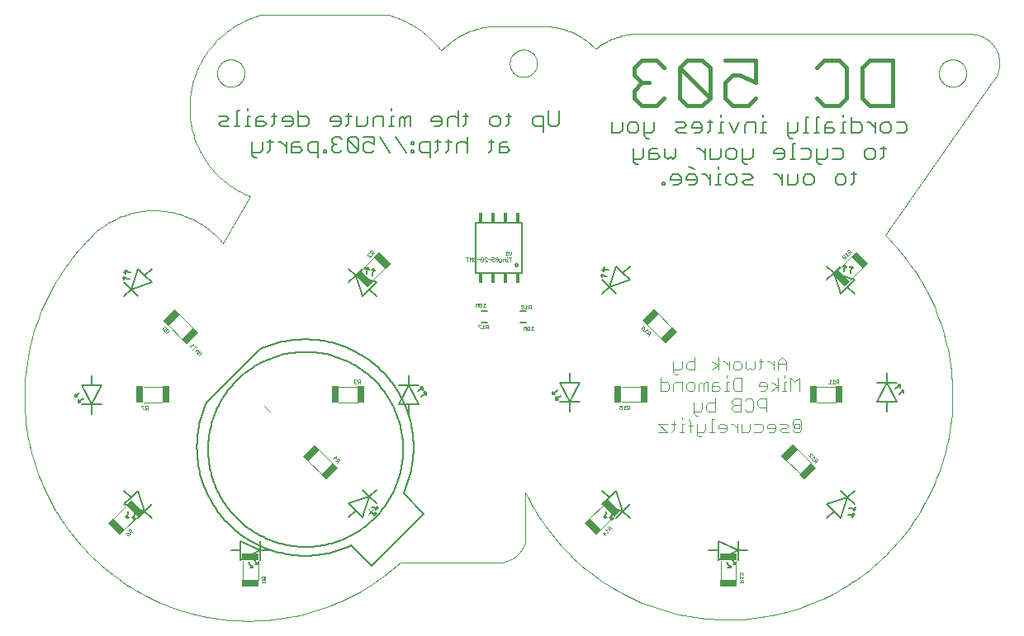
<source format=gbo>
G75*
%MOIN*%
%OFA0B0*%
%FSLAX25Y25*%
%IPPOS*%
%LPD*%
%AMOC8*
5,1,8,0,0,1.08239X$1,22.5*
%
%ADD10C,0.00000*%
%ADD11C,0.00600*%
%ADD12C,0.01600*%
%ADD13C,0.00400*%
%ADD14C,0.00500*%
%ADD15C,0.00100*%
%ADD16R,0.02953X0.06693*%
%ADD17R,0.06693X0.02953*%
%ADD18C,0.00800*%
%ADD19R,0.01400X0.04000*%
D10*
X0156181Y0027834D02*
X0154531Y0026366D01*
X0152845Y0024938D01*
X0151126Y0023551D01*
X0149372Y0022207D01*
X0147587Y0020906D01*
X0145771Y0019649D01*
X0143924Y0018436D01*
X0142049Y0017269D01*
X0140145Y0016148D01*
X0138215Y0015073D01*
X0136259Y0014046D01*
X0134279Y0013067D01*
X0132276Y0012136D01*
X0130250Y0011254D01*
X0128204Y0010422D01*
X0126138Y0009640D01*
X0124053Y0008909D01*
X0121952Y0008228D01*
X0119834Y0007599D01*
X0117702Y0007021D01*
X0115556Y0006496D01*
X0113398Y0006023D01*
X0111229Y0005603D01*
X0109051Y0005236D01*
X0106864Y0004921D01*
X0104671Y0004661D01*
X0102471Y0004453D01*
X0100268Y0004300D01*
X0098061Y0004200D01*
X0095852Y0004153D01*
X0093643Y0004161D01*
X0091435Y0004222D01*
X0089229Y0004338D01*
X0087026Y0004506D01*
X0084828Y0004729D01*
X0082637Y0005005D01*
X0080452Y0005334D01*
X0078276Y0005716D01*
X0076111Y0006151D01*
X0073956Y0006639D01*
X0071814Y0007179D01*
X0069686Y0007771D01*
X0067572Y0008415D01*
X0065475Y0009110D01*
X0063396Y0009855D01*
X0061335Y0010652D01*
X0059295Y0011498D01*
X0057275Y0012393D01*
X0055278Y0013338D01*
X0053305Y0014331D01*
X0051356Y0015371D01*
X0049434Y0016459D01*
X0047538Y0017593D01*
X0045671Y0018774D01*
X0043832Y0019999D01*
X0042025Y0021268D01*
X0040248Y0022582D01*
X0038504Y0023938D01*
X0036794Y0025336D01*
X0035118Y0026775D01*
X0033478Y0028255D01*
X0031874Y0029775D01*
X0030308Y0031332D01*
X0028780Y0032928D01*
X0027292Y0034560D01*
X0025844Y0036228D01*
X0024436Y0037931D01*
X0023071Y0039668D01*
X0021748Y0041437D01*
X0020469Y0043238D01*
X0019234Y0045070D01*
X0018044Y0046931D01*
X0016900Y0048821D01*
X0015802Y0050738D01*
X0014751Y0052681D01*
X0013747Y0054649D01*
X0012792Y0056641D01*
X0011886Y0058655D01*
X0011029Y0060691D01*
X0010222Y0062748D01*
X0009465Y0064823D01*
X0008759Y0066916D01*
X0008104Y0069026D01*
X0007501Y0071151D01*
X0006949Y0073290D01*
X0006450Y0075442D01*
X0006003Y0077606D01*
X0005610Y0079780D01*
X0005269Y0081962D01*
X0004981Y0084153D01*
X0004747Y0086349D01*
X0004567Y0088551D01*
X0004440Y0090756D01*
X0004367Y0092964D01*
X0004348Y0095173D01*
X0004382Y0097382D01*
X0004470Y0099589D01*
X0004612Y0101794D01*
X0004808Y0103994D01*
X0005057Y0106189D01*
X0005360Y0108378D01*
X0005715Y0110558D01*
X0006124Y0112729D01*
X0006585Y0114889D01*
X0007099Y0117038D01*
X0007665Y0119173D01*
X0008283Y0121294D01*
X0008953Y0123399D01*
X0009673Y0125488D01*
X0010444Y0127558D01*
X0011266Y0129608D01*
X0012136Y0131639D01*
X0013057Y0133647D01*
X0014025Y0135632D01*
X0015042Y0137593D01*
X0016106Y0139529D01*
X0017218Y0141439D01*
X0018375Y0143320D01*
X0019578Y0145173D01*
X0020825Y0146996D01*
X0022117Y0148789D01*
X0023451Y0150549D01*
X0024829Y0152276D01*
X0026248Y0153969D01*
X0027707Y0155627D01*
X0029207Y0157249D01*
X0030746Y0158834D01*
X0032323Y0160382D01*
X0033937Y0161890D01*
X0033936Y0161890D02*
X0034616Y0162431D01*
X0035309Y0162956D01*
X0036014Y0163463D01*
X0036731Y0163954D01*
X0037460Y0164427D01*
X0038200Y0164883D01*
X0038951Y0165320D01*
X0039712Y0165739D01*
X0040483Y0166140D01*
X0041263Y0166522D01*
X0042053Y0166884D01*
X0042851Y0167228D01*
X0043657Y0167552D01*
X0044471Y0167857D01*
X0045291Y0168142D01*
X0046119Y0168407D01*
X0046953Y0168652D01*
X0047792Y0168877D01*
X0048636Y0169081D01*
X0049486Y0169265D01*
X0050339Y0169429D01*
X0051196Y0169571D01*
X0052056Y0169693D01*
X0052919Y0169795D01*
X0053784Y0169875D01*
X0054651Y0169934D01*
X0055519Y0169972D01*
X0056388Y0169990D01*
X0057257Y0169986D01*
X0058126Y0169962D01*
X0058993Y0169916D01*
X0059860Y0169850D01*
X0060724Y0169762D01*
X0061586Y0169654D01*
X0062445Y0169525D01*
X0063301Y0169375D01*
X0064153Y0169204D01*
X0065001Y0169013D01*
X0065844Y0168802D01*
X0066681Y0168570D01*
X0067513Y0168318D01*
X0068338Y0168046D01*
X0069156Y0167754D01*
X0069968Y0167443D01*
X0070771Y0167112D01*
X0071566Y0166762D01*
X0072353Y0166392D01*
X0073130Y0166004D01*
X0073897Y0165597D01*
X0074655Y0165171D01*
X0075402Y0164728D01*
X0076138Y0164266D01*
X0076863Y0163787D01*
X0077576Y0163291D01*
X0078277Y0162777D01*
X0078965Y0162246D01*
X0079640Y0161700D01*
X0080302Y0161137D01*
X0080950Y0160558D01*
X0081584Y0159963D01*
X0082203Y0159354D01*
X0082808Y0158729D01*
X0083397Y0158091D01*
X0083970Y0157438D01*
X0084528Y0156772D01*
X0095551Y0175669D01*
X0094681Y0176021D01*
X0093819Y0176394D01*
X0092967Y0176788D01*
X0092125Y0177203D01*
X0091293Y0177638D01*
X0090472Y0178093D01*
X0089662Y0178568D01*
X0088864Y0179063D01*
X0088078Y0179577D01*
X0087305Y0180110D01*
X0086546Y0180661D01*
X0085800Y0181231D01*
X0085068Y0181819D01*
X0084350Y0182424D01*
X0083647Y0183047D01*
X0082960Y0183686D01*
X0082289Y0184342D01*
X0081634Y0185015D01*
X0080995Y0185703D01*
X0080373Y0186406D01*
X0079768Y0187124D01*
X0079182Y0187857D01*
X0078613Y0188604D01*
X0078062Y0189364D01*
X0077530Y0190138D01*
X0077018Y0190924D01*
X0076524Y0191723D01*
X0076050Y0192533D01*
X0075596Y0193355D01*
X0075162Y0194187D01*
X0074748Y0195030D01*
X0074355Y0195883D01*
X0073983Y0196745D01*
X0073632Y0197615D01*
X0073302Y0198494D01*
X0072994Y0199381D01*
X0072707Y0200275D01*
X0072443Y0201176D01*
X0072200Y0202083D01*
X0071979Y0202995D01*
X0071781Y0203913D01*
X0071605Y0204835D01*
X0071451Y0205761D01*
X0071320Y0206691D01*
X0071212Y0207623D01*
X0071127Y0208558D01*
X0071064Y0209495D01*
X0071024Y0210433D01*
X0071007Y0211372D01*
X0071012Y0212310D01*
X0071041Y0213249D01*
X0071092Y0214186D01*
X0071167Y0215122D01*
X0071263Y0216056D01*
X0071383Y0216987D01*
X0071525Y0217915D01*
X0071690Y0218839D01*
X0071877Y0219759D01*
X0072087Y0220674D01*
X0072319Y0221584D01*
X0072572Y0222488D01*
X0072848Y0223385D01*
X0073146Y0224276D01*
X0073465Y0225158D01*
X0073805Y0226033D01*
X0074167Y0226900D01*
X0074549Y0227757D01*
X0074953Y0228605D01*
X0075377Y0229442D01*
X0075821Y0230270D01*
X0076285Y0231086D01*
X0076769Y0231890D01*
X0077272Y0232683D01*
X0077794Y0233463D01*
X0078335Y0234230D01*
X0078895Y0234983D01*
X0079473Y0235723D01*
X0080069Y0236449D01*
X0080682Y0237160D01*
X0081312Y0237856D01*
X0081959Y0238536D01*
X0082623Y0239200D01*
X0083302Y0239848D01*
X0083997Y0240479D01*
X0084707Y0241093D01*
X0085432Y0241690D01*
X0086171Y0242269D01*
X0086924Y0242829D01*
X0087691Y0243371D01*
X0088470Y0243895D01*
X0089262Y0244399D01*
X0090066Y0244884D01*
X0090881Y0245349D01*
X0091708Y0245794D01*
X0092545Y0246219D01*
X0093392Y0246623D01*
X0094249Y0247007D01*
X0095115Y0247370D01*
X0095989Y0247711D01*
X0096872Y0248032D01*
X0097762Y0248330D01*
X0098659Y0248607D01*
X0099563Y0248862D01*
X0100472Y0249095D01*
X0100472Y0249094D02*
X0150669Y0249094D01*
X0192205Y0244370D02*
X0216220Y0244370D01*
X0200275Y0229409D02*
X0200277Y0229557D01*
X0200283Y0229705D01*
X0200293Y0229853D01*
X0200307Y0230000D01*
X0200325Y0230147D01*
X0200346Y0230293D01*
X0200372Y0230439D01*
X0200402Y0230584D01*
X0200435Y0230728D01*
X0200473Y0230871D01*
X0200514Y0231013D01*
X0200559Y0231154D01*
X0200607Y0231294D01*
X0200660Y0231433D01*
X0200716Y0231570D01*
X0200776Y0231705D01*
X0200839Y0231839D01*
X0200906Y0231971D01*
X0200977Y0232101D01*
X0201051Y0232229D01*
X0201128Y0232355D01*
X0201209Y0232479D01*
X0201293Y0232601D01*
X0201380Y0232720D01*
X0201471Y0232837D01*
X0201565Y0232952D01*
X0201661Y0233064D01*
X0201761Y0233174D01*
X0201863Y0233280D01*
X0201969Y0233384D01*
X0202077Y0233485D01*
X0202188Y0233583D01*
X0202301Y0233679D01*
X0202417Y0233771D01*
X0202535Y0233860D01*
X0202656Y0233945D01*
X0202779Y0234028D01*
X0202904Y0234107D01*
X0203031Y0234183D01*
X0203160Y0234255D01*
X0203291Y0234324D01*
X0203424Y0234389D01*
X0203559Y0234450D01*
X0203695Y0234508D01*
X0203832Y0234563D01*
X0203971Y0234613D01*
X0204112Y0234660D01*
X0204253Y0234703D01*
X0204396Y0234743D01*
X0204540Y0234778D01*
X0204684Y0234810D01*
X0204830Y0234837D01*
X0204976Y0234861D01*
X0205123Y0234881D01*
X0205270Y0234897D01*
X0205417Y0234909D01*
X0205565Y0234917D01*
X0205713Y0234921D01*
X0205861Y0234921D01*
X0206009Y0234917D01*
X0206157Y0234909D01*
X0206304Y0234897D01*
X0206451Y0234881D01*
X0206598Y0234861D01*
X0206744Y0234837D01*
X0206890Y0234810D01*
X0207034Y0234778D01*
X0207178Y0234743D01*
X0207321Y0234703D01*
X0207462Y0234660D01*
X0207603Y0234613D01*
X0207742Y0234563D01*
X0207879Y0234508D01*
X0208015Y0234450D01*
X0208150Y0234389D01*
X0208283Y0234324D01*
X0208414Y0234255D01*
X0208543Y0234183D01*
X0208670Y0234107D01*
X0208795Y0234028D01*
X0208918Y0233945D01*
X0209039Y0233860D01*
X0209157Y0233771D01*
X0209273Y0233679D01*
X0209386Y0233583D01*
X0209497Y0233485D01*
X0209605Y0233384D01*
X0209711Y0233280D01*
X0209813Y0233174D01*
X0209913Y0233064D01*
X0210009Y0232952D01*
X0210103Y0232837D01*
X0210194Y0232720D01*
X0210281Y0232601D01*
X0210365Y0232479D01*
X0210446Y0232355D01*
X0210523Y0232229D01*
X0210597Y0232101D01*
X0210668Y0231971D01*
X0210735Y0231839D01*
X0210798Y0231705D01*
X0210858Y0231570D01*
X0210914Y0231433D01*
X0210967Y0231294D01*
X0211015Y0231154D01*
X0211060Y0231013D01*
X0211101Y0230871D01*
X0211139Y0230728D01*
X0211172Y0230584D01*
X0211202Y0230439D01*
X0211228Y0230293D01*
X0211249Y0230147D01*
X0211267Y0230000D01*
X0211281Y0229853D01*
X0211291Y0229705D01*
X0211297Y0229557D01*
X0211299Y0229409D01*
X0211297Y0229261D01*
X0211291Y0229113D01*
X0211281Y0228965D01*
X0211267Y0228818D01*
X0211249Y0228671D01*
X0211228Y0228525D01*
X0211202Y0228379D01*
X0211172Y0228234D01*
X0211139Y0228090D01*
X0211101Y0227947D01*
X0211060Y0227805D01*
X0211015Y0227664D01*
X0210967Y0227524D01*
X0210914Y0227385D01*
X0210858Y0227248D01*
X0210798Y0227113D01*
X0210735Y0226979D01*
X0210668Y0226847D01*
X0210597Y0226717D01*
X0210523Y0226589D01*
X0210446Y0226463D01*
X0210365Y0226339D01*
X0210281Y0226217D01*
X0210194Y0226098D01*
X0210103Y0225981D01*
X0210009Y0225866D01*
X0209913Y0225754D01*
X0209813Y0225644D01*
X0209711Y0225538D01*
X0209605Y0225434D01*
X0209497Y0225333D01*
X0209386Y0225235D01*
X0209273Y0225139D01*
X0209157Y0225047D01*
X0209039Y0224958D01*
X0208918Y0224873D01*
X0208795Y0224790D01*
X0208670Y0224711D01*
X0208543Y0224635D01*
X0208414Y0224563D01*
X0208283Y0224494D01*
X0208150Y0224429D01*
X0208015Y0224368D01*
X0207879Y0224310D01*
X0207742Y0224255D01*
X0207603Y0224205D01*
X0207462Y0224158D01*
X0207321Y0224115D01*
X0207178Y0224075D01*
X0207034Y0224040D01*
X0206890Y0224008D01*
X0206744Y0223981D01*
X0206598Y0223957D01*
X0206451Y0223937D01*
X0206304Y0223921D01*
X0206157Y0223909D01*
X0206009Y0223901D01*
X0205861Y0223897D01*
X0205713Y0223897D01*
X0205565Y0223901D01*
X0205417Y0223909D01*
X0205270Y0223921D01*
X0205123Y0223937D01*
X0204976Y0223957D01*
X0204830Y0223981D01*
X0204684Y0224008D01*
X0204540Y0224040D01*
X0204396Y0224075D01*
X0204253Y0224115D01*
X0204112Y0224158D01*
X0203971Y0224205D01*
X0203832Y0224255D01*
X0203695Y0224310D01*
X0203559Y0224368D01*
X0203424Y0224429D01*
X0203291Y0224494D01*
X0203160Y0224563D01*
X0203031Y0224635D01*
X0202904Y0224711D01*
X0202779Y0224790D01*
X0202656Y0224873D01*
X0202535Y0224958D01*
X0202417Y0225047D01*
X0202301Y0225139D01*
X0202188Y0225235D01*
X0202077Y0225333D01*
X0201969Y0225434D01*
X0201863Y0225538D01*
X0201761Y0225644D01*
X0201661Y0225754D01*
X0201565Y0225866D01*
X0201471Y0225981D01*
X0201380Y0226098D01*
X0201293Y0226217D01*
X0201209Y0226339D01*
X0201128Y0226463D01*
X0201051Y0226589D01*
X0200977Y0226717D01*
X0200906Y0226847D01*
X0200839Y0226979D01*
X0200776Y0227113D01*
X0200716Y0227248D01*
X0200660Y0227385D01*
X0200607Y0227524D01*
X0200559Y0227664D01*
X0200514Y0227805D01*
X0200473Y0227947D01*
X0200435Y0228090D01*
X0200402Y0228234D01*
X0200372Y0228379D01*
X0200346Y0228525D01*
X0200325Y0228671D01*
X0200307Y0228818D01*
X0200293Y0228965D01*
X0200283Y0229113D01*
X0200277Y0229261D01*
X0200275Y0229409D01*
X0216220Y0244371D02*
X0216946Y0244287D01*
X0217671Y0244187D01*
X0218392Y0244069D01*
X0219111Y0243934D01*
X0219826Y0243781D01*
X0220537Y0243611D01*
X0221244Y0243424D01*
X0221946Y0243221D01*
X0222644Y0243000D01*
X0223335Y0242763D01*
X0224021Y0242509D01*
X0224700Y0242238D01*
X0225373Y0241952D01*
X0226039Y0241649D01*
X0226697Y0241330D01*
X0227347Y0240996D01*
X0227989Y0240646D01*
X0228622Y0240281D01*
X0229247Y0239900D01*
X0229862Y0239505D01*
X0230467Y0239095D01*
X0231063Y0238670D01*
X0231648Y0238231D01*
X0232222Y0237779D01*
X0232785Y0237312D01*
X0233337Y0236833D01*
X0233877Y0236340D01*
X0234405Y0235834D01*
X0234921Y0235315D01*
X0249094Y0241220D02*
X0386890Y0241220D01*
X0386890Y0241221D02*
X0387174Y0241201D01*
X0387459Y0241175D01*
X0387742Y0241142D01*
X0388024Y0241102D01*
X0388306Y0241055D01*
X0388586Y0241001D01*
X0388865Y0240940D01*
X0389142Y0240872D01*
X0389418Y0240798D01*
X0389691Y0240717D01*
X0389963Y0240630D01*
X0390232Y0240535D01*
X0390499Y0240435D01*
X0390764Y0240328D01*
X0391026Y0240214D01*
X0391285Y0240094D01*
X0391540Y0239968D01*
X0391793Y0239835D01*
X0392043Y0239697D01*
X0392289Y0239552D01*
X0392531Y0239401D01*
X0392770Y0239245D01*
X0393004Y0239083D01*
X0393235Y0238915D01*
X0393462Y0238741D01*
X0393684Y0238562D01*
X0393902Y0238378D01*
X0394115Y0238188D01*
X0394324Y0237993D01*
X0394527Y0237794D01*
X0394726Y0237589D01*
X0394920Y0237379D01*
X0395109Y0237165D01*
X0395292Y0236947D01*
X0395470Y0236724D01*
X0395642Y0236496D01*
X0395809Y0236265D01*
X0395970Y0236029D01*
X0396126Y0235790D01*
X0396275Y0235547D01*
X0396419Y0235300D01*
X0396556Y0235050D01*
X0396687Y0234797D01*
X0396812Y0234540D01*
X0396931Y0234281D01*
X0397044Y0234018D01*
X0397150Y0233753D01*
X0397249Y0233486D01*
X0397342Y0233216D01*
X0397428Y0232944D01*
X0397508Y0232670D01*
X0397581Y0232394D01*
X0397647Y0232117D01*
X0397707Y0231837D01*
X0397759Y0231557D01*
X0397805Y0231275D01*
X0397844Y0230993D01*
X0397876Y0230709D01*
X0397901Y0230425D01*
X0397919Y0230140D01*
X0397930Y0229855D01*
X0397934Y0229570D01*
X0397931Y0229284D01*
X0397921Y0228999D01*
X0397905Y0228714D01*
X0397881Y0228430D01*
X0397850Y0228146D01*
X0397813Y0227863D01*
X0397768Y0227581D01*
X0397717Y0227300D01*
X0397659Y0227021D01*
X0397594Y0226743D01*
X0397523Y0226467D01*
X0397444Y0226193D01*
X0397359Y0225920D01*
X0397267Y0225650D01*
X0397169Y0225382D01*
X0397065Y0225117D01*
X0396953Y0224854D01*
X0396836Y0224594D01*
X0396712Y0224337D01*
X0396582Y0224083D01*
X0396446Y0223832D01*
X0396303Y0223585D01*
X0396155Y0223341D01*
X0396001Y0223101D01*
X0395841Y0222864D01*
X0395675Y0222632D01*
X0395504Y0222404D01*
X0395327Y0222180D01*
X0395144Y0221960D01*
X0394957Y0221745D01*
X0394764Y0221535D01*
X0351850Y0159921D01*
X0351851Y0159921D02*
X0353411Y0158352D01*
X0354932Y0156746D01*
X0356413Y0155103D01*
X0357854Y0153424D01*
X0359253Y0151710D01*
X0360610Y0149963D01*
X0361924Y0148183D01*
X0363195Y0146372D01*
X0364420Y0144530D01*
X0365601Y0142659D01*
X0366735Y0140759D01*
X0367822Y0138833D01*
X0368863Y0136880D01*
X0369855Y0134903D01*
X0370799Y0132902D01*
X0371693Y0130879D01*
X0372538Y0128834D01*
X0373333Y0126770D01*
X0374077Y0124686D01*
X0374770Y0122585D01*
X0375412Y0120468D01*
X0376002Y0118336D01*
X0376539Y0116190D01*
X0377024Y0114031D01*
X0377456Y0111861D01*
X0377836Y0109682D01*
X0378161Y0107493D01*
X0378434Y0105298D01*
X0378652Y0103096D01*
X0378817Y0100890D01*
X0378928Y0098681D01*
X0378985Y0096469D01*
X0378988Y0094257D01*
X0378937Y0092045D01*
X0378832Y0089835D01*
X0378673Y0087628D01*
X0378460Y0085426D01*
X0378193Y0083230D01*
X0377873Y0081041D01*
X0377500Y0078860D01*
X0377074Y0076690D01*
X0376594Y0074530D01*
X0376063Y0072382D01*
X0375478Y0070249D01*
X0374842Y0068130D01*
X0374155Y0066027D01*
X0373416Y0063941D01*
X0372627Y0061875D01*
X0371787Y0059828D01*
X0370898Y0057802D01*
X0369960Y0055799D01*
X0368973Y0053819D01*
X0367937Y0051863D01*
X0366855Y0049934D01*
X0365726Y0048032D01*
X0364550Y0046157D01*
X0363330Y0044312D01*
X0362064Y0042498D01*
X0360755Y0040714D01*
X0359402Y0038964D01*
X0358007Y0037246D01*
X0356571Y0035564D01*
X0355094Y0033917D01*
X0353577Y0032306D01*
X0352022Y0030733D01*
X0350428Y0029198D01*
X0348798Y0027703D01*
X0347131Y0026248D01*
X0345430Y0024834D01*
X0343694Y0023462D01*
X0341926Y0022133D01*
X0340125Y0020847D01*
X0338294Y0019606D01*
X0336433Y0018409D01*
X0334543Y0017259D01*
X0332626Y0016155D01*
X0330683Y0015098D01*
X0328714Y0014089D01*
X0326721Y0013128D01*
X0324705Y0012216D01*
X0322668Y0011354D01*
X0320610Y0010541D01*
X0318533Y0009779D01*
X0316438Y0009068D01*
X0314327Y0008409D01*
X0312200Y0007801D01*
X0310058Y0007245D01*
X0307904Y0006741D01*
X0305738Y0006291D01*
X0303562Y0005893D01*
X0301376Y0005549D01*
X0299183Y0005258D01*
X0296984Y0005020D01*
X0294779Y0004837D01*
X0292570Y0004707D01*
X0290359Y0004631D01*
X0288147Y0004609D01*
X0285935Y0004641D01*
X0283724Y0004728D01*
X0281516Y0004868D01*
X0279313Y0005062D01*
X0277114Y0005309D01*
X0274922Y0005611D01*
X0272739Y0005965D01*
X0270564Y0006373D01*
X0268400Y0006834D01*
X0266248Y0007347D01*
X0264110Y0007913D01*
X0261985Y0008531D01*
X0259877Y0009201D01*
X0257785Y0009921D01*
X0255712Y0010693D01*
X0253658Y0011515D01*
X0251625Y0012387D01*
X0249613Y0013308D01*
X0247625Y0014278D01*
X0245661Y0015297D01*
X0243722Y0016363D01*
X0241810Y0017476D01*
X0239926Y0018635D01*
X0238071Y0019840D01*
X0236245Y0021090D01*
X0234451Y0022384D01*
X0232689Y0023721D01*
X0230959Y0025102D01*
X0229265Y0026523D01*
X0227605Y0027986D01*
X0225981Y0029489D01*
X0224395Y0031031D01*
X0222847Y0032612D01*
X0221338Y0034229D01*
X0219868Y0035883D01*
X0218440Y0037573D01*
X0217053Y0039296D01*
X0215709Y0041054D01*
X0214408Y0042843D01*
X0213151Y0044664D01*
X0211939Y0046514D01*
X0210772Y0048394D01*
X0209652Y0050302D01*
X0208578Y0052236D01*
X0207553Y0054196D01*
X0206575Y0056181D01*
X0206575Y0035906D01*
X0206575Y0035905D02*
X0206479Y0035626D01*
X0206376Y0035349D01*
X0206267Y0035075D01*
X0206150Y0034803D01*
X0206028Y0034535D01*
X0205898Y0034269D01*
X0205763Y0034007D01*
X0205620Y0033748D01*
X0205472Y0033492D01*
X0205317Y0033241D01*
X0205157Y0032993D01*
X0204990Y0032749D01*
X0204818Y0032509D01*
X0204639Y0032273D01*
X0204455Y0032042D01*
X0204266Y0031816D01*
X0204071Y0031594D01*
X0203871Y0031377D01*
X0203665Y0031165D01*
X0203454Y0030958D01*
X0203239Y0030756D01*
X0203018Y0030559D01*
X0202793Y0030368D01*
X0202563Y0030182D01*
X0202329Y0030003D01*
X0202090Y0029828D01*
X0201847Y0029660D01*
X0201601Y0029498D01*
X0201350Y0029341D01*
X0201096Y0029191D01*
X0200838Y0029047D01*
X0200576Y0028910D01*
X0200311Y0028779D01*
X0200044Y0028654D01*
X0199773Y0028536D01*
X0199499Y0028424D01*
X0199223Y0028320D01*
X0198945Y0028221D01*
X0198664Y0028130D01*
X0198380Y0028046D01*
X0198095Y0027968D01*
X0197809Y0027898D01*
X0197520Y0027834D01*
X0197520Y0027835D02*
X0156181Y0027835D01*
X0172519Y0234527D02*
X0171963Y0235265D01*
X0171389Y0235990D01*
X0170798Y0236700D01*
X0170190Y0237396D01*
X0169566Y0238078D01*
X0168925Y0238744D01*
X0168268Y0239394D01*
X0167596Y0240028D01*
X0166909Y0240646D01*
X0166207Y0241248D01*
X0165491Y0241832D01*
X0164761Y0242399D01*
X0164018Y0242948D01*
X0163261Y0243479D01*
X0162492Y0243991D01*
X0161711Y0244485D01*
X0160919Y0244960D01*
X0160115Y0245416D01*
X0159300Y0245852D01*
X0158475Y0246269D01*
X0157640Y0246666D01*
X0156796Y0247042D01*
X0155943Y0247398D01*
X0155082Y0247733D01*
X0154213Y0248048D01*
X0153337Y0248341D01*
X0152454Y0248614D01*
X0151564Y0248865D01*
X0150669Y0249094D01*
X0172520Y0234528D02*
X0173059Y0235084D01*
X0173611Y0235626D01*
X0174177Y0236156D01*
X0174755Y0236671D01*
X0175345Y0237173D01*
X0175947Y0237660D01*
X0176561Y0238133D01*
X0177185Y0238590D01*
X0177821Y0239033D01*
X0178467Y0239460D01*
X0179124Y0239871D01*
X0179790Y0240267D01*
X0180465Y0240646D01*
X0181149Y0241009D01*
X0181842Y0241355D01*
X0182543Y0241685D01*
X0183251Y0241998D01*
X0183967Y0242293D01*
X0184690Y0242571D01*
X0185419Y0242832D01*
X0186155Y0243075D01*
X0186896Y0243300D01*
X0187642Y0243508D01*
X0188393Y0243697D01*
X0189148Y0243868D01*
X0189908Y0244021D01*
X0190670Y0244156D01*
X0191436Y0244272D01*
X0192205Y0244370D01*
X0234922Y0235315D02*
X0235486Y0235739D01*
X0236060Y0236150D01*
X0236644Y0236546D01*
X0237237Y0236929D01*
X0237839Y0237298D01*
X0238450Y0237652D01*
X0239069Y0237992D01*
X0239695Y0238317D01*
X0240330Y0238626D01*
X0240971Y0238921D01*
X0241620Y0239200D01*
X0242274Y0239464D01*
X0242935Y0239712D01*
X0243602Y0239944D01*
X0244274Y0240161D01*
X0244951Y0240361D01*
X0245632Y0240545D01*
X0246318Y0240713D01*
X0247007Y0240865D01*
X0247700Y0241000D01*
X0248396Y0241118D01*
X0249095Y0241220D01*
X0373504Y0225472D02*
X0373506Y0225620D01*
X0373512Y0225768D01*
X0373522Y0225916D01*
X0373536Y0226063D01*
X0373554Y0226210D01*
X0373575Y0226356D01*
X0373601Y0226502D01*
X0373631Y0226647D01*
X0373664Y0226791D01*
X0373702Y0226934D01*
X0373743Y0227076D01*
X0373788Y0227217D01*
X0373836Y0227357D01*
X0373889Y0227496D01*
X0373945Y0227633D01*
X0374005Y0227768D01*
X0374068Y0227902D01*
X0374135Y0228034D01*
X0374206Y0228164D01*
X0374280Y0228292D01*
X0374357Y0228418D01*
X0374438Y0228542D01*
X0374522Y0228664D01*
X0374609Y0228783D01*
X0374700Y0228900D01*
X0374794Y0229015D01*
X0374890Y0229127D01*
X0374990Y0229237D01*
X0375092Y0229343D01*
X0375198Y0229447D01*
X0375306Y0229548D01*
X0375417Y0229646D01*
X0375530Y0229742D01*
X0375646Y0229834D01*
X0375764Y0229923D01*
X0375885Y0230008D01*
X0376008Y0230091D01*
X0376133Y0230170D01*
X0376260Y0230246D01*
X0376389Y0230318D01*
X0376520Y0230387D01*
X0376653Y0230452D01*
X0376788Y0230513D01*
X0376924Y0230571D01*
X0377061Y0230626D01*
X0377200Y0230676D01*
X0377341Y0230723D01*
X0377482Y0230766D01*
X0377625Y0230806D01*
X0377769Y0230841D01*
X0377913Y0230873D01*
X0378059Y0230900D01*
X0378205Y0230924D01*
X0378352Y0230944D01*
X0378499Y0230960D01*
X0378646Y0230972D01*
X0378794Y0230980D01*
X0378942Y0230984D01*
X0379090Y0230984D01*
X0379238Y0230980D01*
X0379386Y0230972D01*
X0379533Y0230960D01*
X0379680Y0230944D01*
X0379827Y0230924D01*
X0379973Y0230900D01*
X0380119Y0230873D01*
X0380263Y0230841D01*
X0380407Y0230806D01*
X0380550Y0230766D01*
X0380691Y0230723D01*
X0380832Y0230676D01*
X0380971Y0230626D01*
X0381108Y0230571D01*
X0381244Y0230513D01*
X0381379Y0230452D01*
X0381512Y0230387D01*
X0381643Y0230318D01*
X0381772Y0230246D01*
X0381899Y0230170D01*
X0382024Y0230091D01*
X0382147Y0230008D01*
X0382268Y0229923D01*
X0382386Y0229834D01*
X0382502Y0229742D01*
X0382615Y0229646D01*
X0382726Y0229548D01*
X0382834Y0229447D01*
X0382940Y0229343D01*
X0383042Y0229237D01*
X0383142Y0229127D01*
X0383238Y0229015D01*
X0383332Y0228900D01*
X0383423Y0228783D01*
X0383510Y0228664D01*
X0383594Y0228542D01*
X0383675Y0228418D01*
X0383752Y0228292D01*
X0383826Y0228164D01*
X0383897Y0228034D01*
X0383964Y0227902D01*
X0384027Y0227768D01*
X0384087Y0227633D01*
X0384143Y0227496D01*
X0384196Y0227357D01*
X0384244Y0227217D01*
X0384289Y0227076D01*
X0384330Y0226934D01*
X0384368Y0226791D01*
X0384401Y0226647D01*
X0384431Y0226502D01*
X0384457Y0226356D01*
X0384478Y0226210D01*
X0384496Y0226063D01*
X0384510Y0225916D01*
X0384520Y0225768D01*
X0384526Y0225620D01*
X0384528Y0225472D01*
X0384526Y0225324D01*
X0384520Y0225176D01*
X0384510Y0225028D01*
X0384496Y0224881D01*
X0384478Y0224734D01*
X0384457Y0224588D01*
X0384431Y0224442D01*
X0384401Y0224297D01*
X0384368Y0224153D01*
X0384330Y0224010D01*
X0384289Y0223868D01*
X0384244Y0223727D01*
X0384196Y0223587D01*
X0384143Y0223448D01*
X0384087Y0223311D01*
X0384027Y0223176D01*
X0383964Y0223042D01*
X0383897Y0222910D01*
X0383826Y0222780D01*
X0383752Y0222652D01*
X0383675Y0222526D01*
X0383594Y0222402D01*
X0383510Y0222280D01*
X0383423Y0222161D01*
X0383332Y0222044D01*
X0383238Y0221929D01*
X0383142Y0221817D01*
X0383042Y0221707D01*
X0382940Y0221601D01*
X0382834Y0221497D01*
X0382726Y0221396D01*
X0382615Y0221298D01*
X0382502Y0221202D01*
X0382386Y0221110D01*
X0382268Y0221021D01*
X0382147Y0220936D01*
X0382024Y0220853D01*
X0381899Y0220774D01*
X0381772Y0220698D01*
X0381643Y0220626D01*
X0381512Y0220557D01*
X0381379Y0220492D01*
X0381244Y0220431D01*
X0381108Y0220373D01*
X0380971Y0220318D01*
X0380832Y0220268D01*
X0380691Y0220221D01*
X0380550Y0220178D01*
X0380407Y0220138D01*
X0380263Y0220103D01*
X0380119Y0220071D01*
X0379973Y0220044D01*
X0379827Y0220020D01*
X0379680Y0220000D01*
X0379533Y0219984D01*
X0379386Y0219972D01*
X0379238Y0219964D01*
X0379090Y0219960D01*
X0378942Y0219960D01*
X0378794Y0219964D01*
X0378646Y0219972D01*
X0378499Y0219984D01*
X0378352Y0220000D01*
X0378205Y0220020D01*
X0378059Y0220044D01*
X0377913Y0220071D01*
X0377769Y0220103D01*
X0377625Y0220138D01*
X0377482Y0220178D01*
X0377341Y0220221D01*
X0377200Y0220268D01*
X0377061Y0220318D01*
X0376924Y0220373D01*
X0376788Y0220431D01*
X0376653Y0220492D01*
X0376520Y0220557D01*
X0376389Y0220626D01*
X0376260Y0220698D01*
X0376133Y0220774D01*
X0376008Y0220853D01*
X0375885Y0220936D01*
X0375764Y0221021D01*
X0375646Y0221110D01*
X0375530Y0221202D01*
X0375417Y0221298D01*
X0375306Y0221396D01*
X0375198Y0221497D01*
X0375092Y0221601D01*
X0374990Y0221707D01*
X0374890Y0221817D01*
X0374794Y0221929D01*
X0374700Y0222044D01*
X0374609Y0222161D01*
X0374522Y0222280D01*
X0374438Y0222402D01*
X0374357Y0222526D01*
X0374280Y0222652D01*
X0374206Y0222780D01*
X0374135Y0222910D01*
X0374068Y0223042D01*
X0374005Y0223176D01*
X0373945Y0223311D01*
X0373889Y0223448D01*
X0373836Y0223587D01*
X0373788Y0223727D01*
X0373743Y0223868D01*
X0373702Y0224010D01*
X0373664Y0224153D01*
X0373631Y0224297D01*
X0373601Y0224442D01*
X0373575Y0224588D01*
X0373554Y0224734D01*
X0373536Y0224881D01*
X0373522Y0225028D01*
X0373512Y0225176D01*
X0373506Y0225324D01*
X0373504Y0225472D01*
X0082165Y0225472D02*
X0082167Y0225620D01*
X0082173Y0225768D01*
X0082183Y0225916D01*
X0082197Y0226063D01*
X0082215Y0226210D01*
X0082236Y0226356D01*
X0082262Y0226502D01*
X0082292Y0226647D01*
X0082325Y0226791D01*
X0082363Y0226934D01*
X0082404Y0227076D01*
X0082449Y0227217D01*
X0082497Y0227357D01*
X0082550Y0227496D01*
X0082606Y0227633D01*
X0082666Y0227768D01*
X0082729Y0227902D01*
X0082796Y0228034D01*
X0082867Y0228164D01*
X0082941Y0228292D01*
X0083018Y0228418D01*
X0083099Y0228542D01*
X0083183Y0228664D01*
X0083270Y0228783D01*
X0083361Y0228900D01*
X0083455Y0229015D01*
X0083551Y0229127D01*
X0083651Y0229237D01*
X0083753Y0229343D01*
X0083859Y0229447D01*
X0083967Y0229548D01*
X0084078Y0229646D01*
X0084191Y0229742D01*
X0084307Y0229834D01*
X0084425Y0229923D01*
X0084546Y0230008D01*
X0084669Y0230091D01*
X0084794Y0230170D01*
X0084921Y0230246D01*
X0085050Y0230318D01*
X0085181Y0230387D01*
X0085314Y0230452D01*
X0085449Y0230513D01*
X0085585Y0230571D01*
X0085722Y0230626D01*
X0085861Y0230676D01*
X0086002Y0230723D01*
X0086143Y0230766D01*
X0086286Y0230806D01*
X0086430Y0230841D01*
X0086574Y0230873D01*
X0086720Y0230900D01*
X0086866Y0230924D01*
X0087013Y0230944D01*
X0087160Y0230960D01*
X0087307Y0230972D01*
X0087455Y0230980D01*
X0087603Y0230984D01*
X0087751Y0230984D01*
X0087899Y0230980D01*
X0088047Y0230972D01*
X0088194Y0230960D01*
X0088341Y0230944D01*
X0088488Y0230924D01*
X0088634Y0230900D01*
X0088780Y0230873D01*
X0088924Y0230841D01*
X0089068Y0230806D01*
X0089211Y0230766D01*
X0089352Y0230723D01*
X0089493Y0230676D01*
X0089632Y0230626D01*
X0089769Y0230571D01*
X0089905Y0230513D01*
X0090040Y0230452D01*
X0090173Y0230387D01*
X0090304Y0230318D01*
X0090433Y0230246D01*
X0090560Y0230170D01*
X0090685Y0230091D01*
X0090808Y0230008D01*
X0090929Y0229923D01*
X0091047Y0229834D01*
X0091163Y0229742D01*
X0091276Y0229646D01*
X0091387Y0229548D01*
X0091495Y0229447D01*
X0091601Y0229343D01*
X0091703Y0229237D01*
X0091803Y0229127D01*
X0091899Y0229015D01*
X0091993Y0228900D01*
X0092084Y0228783D01*
X0092171Y0228664D01*
X0092255Y0228542D01*
X0092336Y0228418D01*
X0092413Y0228292D01*
X0092487Y0228164D01*
X0092558Y0228034D01*
X0092625Y0227902D01*
X0092688Y0227768D01*
X0092748Y0227633D01*
X0092804Y0227496D01*
X0092857Y0227357D01*
X0092905Y0227217D01*
X0092950Y0227076D01*
X0092991Y0226934D01*
X0093029Y0226791D01*
X0093062Y0226647D01*
X0093092Y0226502D01*
X0093118Y0226356D01*
X0093139Y0226210D01*
X0093157Y0226063D01*
X0093171Y0225916D01*
X0093181Y0225768D01*
X0093187Y0225620D01*
X0093189Y0225472D01*
X0093187Y0225324D01*
X0093181Y0225176D01*
X0093171Y0225028D01*
X0093157Y0224881D01*
X0093139Y0224734D01*
X0093118Y0224588D01*
X0093092Y0224442D01*
X0093062Y0224297D01*
X0093029Y0224153D01*
X0092991Y0224010D01*
X0092950Y0223868D01*
X0092905Y0223727D01*
X0092857Y0223587D01*
X0092804Y0223448D01*
X0092748Y0223311D01*
X0092688Y0223176D01*
X0092625Y0223042D01*
X0092558Y0222910D01*
X0092487Y0222780D01*
X0092413Y0222652D01*
X0092336Y0222526D01*
X0092255Y0222402D01*
X0092171Y0222280D01*
X0092084Y0222161D01*
X0091993Y0222044D01*
X0091899Y0221929D01*
X0091803Y0221817D01*
X0091703Y0221707D01*
X0091601Y0221601D01*
X0091495Y0221497D01*
X0091387Y0221396D01*
X0091276Y0221298D01*
X0091163Y0221202D01*
X0091047Y0221110D01*
X0090929Y0221021D01*
X0090808Y0220936D01*
X0090685Y0220853D01*
X0090560Y0220774D01*
X0090433Y0220698D01*
X0090304Y0220626D01*
X0090173Y0220557D01*
X0090040Y0220492D01*
X0089905Y0220431D01*
X0089769Y0220373D01*
X0089632Y0220318D01*
X0089493Y0220268D01*
X0089352Y0220221D01*
X0089211Y0220178D01*
X0089068Y0220138D01*
X0088924Y0220103D01*
X0088780Y0220071D01*
X0088634Y0220044D01*
X0088488Y0220020D01*
X0088341Y0220000D01*
X0088194Y0219984D01*
X0088047Y0219972D01*
X0087899Y0219964D01*
X0087751Y0219960D01*
X0087603Y0219960D01*
X0087455Y0219964D01*
X0087307Y0219972D01*
X0087160Y0219984D01*
X0087013Y0220000D01*
X0086866Y0220020D01*
X0086720Y0220044D01*
X0086574Y0220071D01*
X0086430Y0220103D01*
X0086286Y0220138D01*
X0086143Y0220178D01*
X0086002Y0220221D01*
X0085861Y0220268D01*
X0085722Y0220318D01*
X0085585Y0220373D01*
X0085449Y0220431D01*
X0085314Y0220492D01*
X0085181Y0220557D01*
X0085050Y0220626D01*
X0084921Y0220698D01*
X0084794Y0220774D01*
X0084669Y0220853D01*
X0084546Y0220936D01*
X0084425Y0221021D01*
X0084307Y0221110D01*
X0084191Y0221202D01*
X0084078Y0221298D01*
X0083967Y0221396D01*
X0083859Y0221497D01*
X0083753Y0221601D01*
X0083651Y0221707D01*
X0083551Y0221817D01*
X0083455Y0221929D01*
X0083361Y0222044D01*
X0083270Y0222161D01*
X0083183Y0222280D01*
X0083099Y0222402D01*
X0083018Y0222526D01*
X0082941Y0222652D01*
X0082867Y0222780D01*
X0082796Y0222910D01*
X0082729Y0223042D01*
X0082666Y0223176D01*
X0082606Y0223311D01*
X0082550Y0223448D01*
X0082497Y0223587D01*
X0082449Y0223727D01*
X0082404Y0223868D01*
X0082363Y0224010D01*
X0082325Y0224153D01*
X0082292Y0224297D01*
X0082262Y0224442D01*
X0082236Y0224588D01*
X0082215Y0224734D01*
X0082197Y0224881D01*
X0082183Y0225028D01*
X0082173Y0225176D01*
X0082167Y0225324D01*
X0082165Y0225472D01*
D11*
X0090218Y0210306D02*
X0090218Y0203900D01*
X0089151Y0203900D02*
X0091286Y0203900D01*
X0093448Y0203900D02*
X0095583Y0203900D01*
X0094515Y0203900D02*
X0094515Y0208171D01*
X0095583Y0208171D01*
X0094515Y0210306D02*
X0094515Y0211373D01*
X0091286Y0210306D02*
X0090218Y0210306D01*
X0086989Y0207103D02*
X0085921Y0208171D01*
X0082718Y0208171D01*
X0083786Y0206036D02*
X0085921Y0206036D01*
X0086989Y0207103D01*
X0086989Y0203900D02*
X0083786Y0203900D01*
X0082718Y0204968D01*
X0083786Y0206036D01*
X0097758Y0206036D02*
X0100961Y0206036D01*
X0102028Y0204968D01*
X0100961Y0203900D01*
X0097758Y0203900D01*
X0097758Y0207103D01*
X0098825Y0208171D01*
X0100961Y0208171D01*
X0104190Y0208171D02*
X0106325Y0208171D01*
X0105258Y0209238D02*
X0105258Y0204968D01*
X0104190Y0203900D01*
X0108500Y0206036D02*
X0112771Y0206036D01*
X0112771Y0207103D02*
X0111703Y0208171D01*
X0109568Y0208171D01*
X0108500Y0207103D01*
X0108500Y0206036D01*
X0109568Y0203900D02*
X0111703Y0203900D01*
X0112771Y0204968D01*
X0112771Y0207103D01*
X0114946Y0208171D02*
X0118149Y0208171D01*
X0119216Y0207103D01*
X0119216Y0204968D01*
X0118149Y0203900D01*
X0114946Y0203900D01*
X0114946Y0210306D01*
X0127837Y0207103D02*
X0127837Y0206036D01*
X0132107Y0206036D01*
X0132107Y0207103D02*
X0131040Y0208171D01*
X0128904Y0208171D01*
X0127837Y0207103D01*
X0128904Y0203900D02*
X0131040Y0203900D01*
X0132107Y0204968D01*
X0132107Y0207103D01*
X0134269Y0208171D02*
X0136404Y0208171D01*
X0135337Y0209238D02*
X0135337Y0204968D01*
X0134269Y0203900D01*
X0138579Y0203900D02*
X0138579Y0208171D01*
X0142850Y0208171D02*
X0142850Y0204968D01*
X0141782Y0203900D01*
X0138579Y0203900D01*
X0138022Y0199806D02*
X0135887Y0199806D01*
X0134819Y0198738D01*
X0139090Y0194468D01*
X0138022Y0193400D01*
X0135887Y0193400D01*
X0134819Y0194468D01*
X0134819Y0198738D01*
X0132644Y0198738D02*
X0131577Y0199806D01*
X0129442Y0199806D01*
X0128374Y0198738D01*
X0128374Y0197671D01*
X0129442Y0196603D01*
X0128374Y0195536D01*
X0128374Y0194468D01*
X0129442Y0193400D01*
X0131577Y0193400D01*
X0132644Y0194468D01*
X0130509Y0196603D02*
X0129442Y0196603D01*
X0126199Y0194468D02*
X0126199Y0193400D01*
X0125131Y0193400D01*
X0125131Y0194468D01*
X0126199Y0194468D01*
X0122976Y0193400D02*
X0119773Y0193400D01*
X0118706Y0194468D01*
X0118706Y0196603D01*
X0119773Y0197671D01*
X0122976Y0197671D01*
X0122976Y0191265D01*
X0116531Y0194468D02*
X0115463Y0195536D01*
X0112260Y0195536D01*
X0112260Y0196603D02*
X0112260Y0193400D01*
X0115463Y0193400D01*
X0116531Y0194468D01*
X0115463Y0197671D02*
X0113328Y0197671D01*
X0112260Y0196603D01*
X0110085Y0195536D02*
X0107950Y0197671D01*
X0106882Y0197671D01*
X0104714Y0197671D02*
X0102579Y0197671D01*
X0103646Y0198738D02*
X0103646Y0194468D01*
X0102579Y0193400D01*
X0100417Y0194468D02*
X0099349Y0193400D01*
X0096146Y0193400D01*
X0096146Y0192333D02*
X0097214Y0191265D01*
X0098282Y0191265D01*
X0096146Y0192333D02*
X0096146Y0197671D01*
X0100417Y0197671D02*
X0100417Y0194468D01*
X0110085Y0193400D02*
X0110085Y0197671D01*
X0138022Y0199806D02*
X0139090Y0198738D01*
X0139090Y0194468D01*
X0141265Y0194468D02*
X0142333Y0193400D01*
X0144468Y0193400D01*
X0145535Y0194468D01*
X0145535Y0196603D02*
X0143400Y0197671D01*
X0142333Y0197671D01*
X0141265Y0196603D01*
X0141265Y0194468D01*
X0145535Y0196603D02*
X0145535Y0199806D01*
X0141265Y0199806D01*
X0145025Y0203900D02*
X0145025Y0207103D01*
X0146092Y0208171D01*
X0149295Y0208171D01*
X0149295Y0203900D01*
X0151457Y0203900D02*
X0153592Y0203900D01*
X0152525Y0203900D02*
X0152525Y0208171D01*
X0153592Y0208171D01*
X0152525Y0210306D02*
X0152525Y0211373D01*
X0155767Y0207103D02*
X0156835Y0208171D01*
X0157903Y0207103D01*
X0157903Y0203900D01*
X0160038Y0203900D02*
X0160038Y0208171D01*
X0158970Y0208171D01*
X0157903Y0207103D01*
X0155767Y0207103D02*
X0155767Y0203900D01*
X0154156Y0199806D02*
X0158426Y0193400D01*
X0160581Y0193400D02*
X0160581Y0194468D01*
X0161649Y0194468D01*
X0161649Y0193400D01*
X0160581Y0193400D01*
X0160581Y0196603D02*
X0161649Y0196603D01*
X0161649Y0197671D01*
X0160581Y0197671D01*
X0160581Y0196603D01*
X0163824Y0196603D02*
X0163824Y0194468D01*
X0164892Y0193400D01*
X0168095Y0193400D01*
X0168095Y0191265D02*
X0168095Y0197671D01*
X0164892Y0197671D01*
X0163824Y0196603D01*
X0170256Y0197671D02*
X0172391Y0197671D01*
X0171324Y0198738D02*
X0171324Y0194468D01*
X0170256Y0193400D01*
X0174553Y0193400D02*
X0175621Y0194468D01*
X0175621Y0198738D01*
X0176688Y0197671D02*
X0174553Y0197671D01*
X0178864Y0196603D02*
X0178864Y0193400D01*
X0178864Y0196603D02*
X0179931Y0197671D01*
X0182066Y0197671D01*
X0183134Y0196603D01*
X0183134Y0199806D02*
X0183134Y0193400D01*
X0191741Y0193400D02*
X0192809Y0194468D01*
X0192809Y0198738D01*
X0193876Y0197671D02*
X0191741Y0197671D01*
X0196052Y0196603D02*
X0196052Y0193400D01*
X0199254Y0193400D01*
X0200322Y0194468D01*
X0199254Y0195536D01*
X0196052Y0195536D01*
X0196052Y0196603D02*
X0197119Y0197671D01*
X0199254Y0197671D01*
X0198724Y0203900D02*
X0199792Y0204968D01*
X0199792Y0209238D01*
X0200859Y0208171D02*
X0198724Y0208171D01*
X0196562Y0207103D02*
X0196562Y0204968D01*
X0195495Y0203900D01*
X0193359Y0203900D01*
X0192292Y0204968D01*
X0192292Y0207103D01*
X0193359Y0208171D01*
X0195495Y0208171D01*
X0196562Y0207103D01*
X0209480Y0207103D02*
X0209480Y0204968D01*
X0210547Y0203900D01*
X0213750Y0203900D01*
X0213750Y0201765D02*
X0213750Y0208171D01*
X0210547Y0208171D01*
X0209480Y0207103D01*
X0215925Y0204968D02*
X0215925Y0210306D01*
X0220196Y0210306D02*
X0220196Y0204968D01*
X0219128Y0203900D01*
X0216993Y0203900D01*
X0215925Y0204968D01*
X0241456Y0205547D02*
X0241456Y0201276D01*
X0244659Y0201276D01*
X0245726Y0202344D01*
X0245726Y0205547D01*
X0247901Y0204479D02*
X0248969Y0205547D01*
X0251104Y0205547D01*
X0252172Y0204479D01*
X0252172Y0202344D01*
X0251104Y0201276D01*
X0248969Y0201276D01*
X0247901Y0202344D01*
X0247901Y0204479D01*
X0254347Y0205547D02*
X0254347Y0200209D01*
X0255414Y0199141D01*
X0256482Y0199141D01*
X0257550Y0201276D02*
X0254347Y0201276D01*
X0257550Y0201276D02*
X0258617Y0202344D01*
X0258617Y0205547D01*
X0267238Y0205547D02*
X0270441Y0205547D01*
X0271508Y0204479D01*
X0270441Y0203412D01*
X0268305Y0203412D01*
X0267238Y0202344D01*
X0268305Y0201276D01*
X0271508Y0201276D01*
X0273683Y0203412D02*
X0277954Y0203412D01*
X0277954Y0204479D02*
X0276886Y0205547D01*
X0274751Y0205547D01*
X0273683Y0204479D01*
X0273683Y0203412D01*
X0274751Y0201276D02*
X0276886Y0201276D01*
X0277954Y0202344D01*
X0277954Y0204479D01*
X0280115Y0205547D02*
X0282251Y0205547D01*
X0281183Y0206614D02*
X0281183Y0202344D01*
X0280115Y0201276D01*
X0284412Y0201276D02*
X0286548Y0201276D01*
X0285480Y0201276D02*
X0285480Y0205547D01*
X0286548Y0205547D01*
X0288723Y0205547D02*
X0290858Y0201276D01*
X0292993Y0205547D01*
X0295168Y0204479D02*
X0295168Y0201276D01*
X0295168Y0204479D02*
X0296236Y0205547D01*
X0299439Y0205547D01*
X0299439Y0201276D01*
X0301600Y0201276D02*
X0303736Y0201276D01*
X0302668Y0201276D02*
X0302668Y0205547D01*
X0303736Y0205547D01*
X0302668Y0207682D02*
X0302668Y0208749D01*
X0312356Y0205547D02*
X0312356Y0200209D01*
X0313424Y0199141D01*
X0314491Y0199141D01*
X0314485Y0197182D02*
X0314485Y0190776D01*
X0315552Y0190776D02*
X0313417Y0190776D01*
X0311255Y0191844D02*
X0311255Y0193979D01*
X0310188Y0195047D01*
X0308053Y0195047D01*
X0306985Y0193979D01*
X0306985Y0192912D01*
X0311255Y0192912D01*
X0311255Y0191844D02*
X0310188Y0190776D01*
X0308053Y0190776D01*
X0308046Y0184547D02*
X0306978Y0184547D01*
X0308046Y0184547D02*
X0310181Y0182412D01*
X0310181Y0184547D02*
X0310181Y0180276D01*
X0312356Y0180276D02*
X0312356Y0184547D01*
X0316627Y0184547D02*
X0316627Y0181344D01*
X0315559Y0180276D01*
X0312356Y0180276D01*
X0318802Y0181344D02*
X0318802Y0183479D01*
X0319869Y0184547D01*
X0322004Y0184547D01*
X0323072Y0183479D01*
X0323072Y0181344D01*
X0322004Y0180276D01*
X0319869Y0180276D01*
X0318802Y0181344D01*
X0325241Y0188641D02*
X0326308Y0188641D01*
X0325241Y0188641D02*
X0324173Y0189709D01*
X0324173Y0195047D01*
X0321998Y0193979D02*
X0321998Y0191844D01*
X0320930Y0190776D01*
X0317727Y0190776D01*
X0320930Y0195047D02*
X0321998Y0193979D01*
X0320930Y0195047D02*
X0317727Y0195047D01*
X0315552Y0197182D02*
X0314485Y0197182D01*
X0315559Y0201276D02*
X0312356Y0201276D01*
X0315559Y0201276D02*
X0316627Y0202344D01*
X0316627Y0205547D01*
X0319856Y0207682D02*
X0319856Y0201276D01*
X0320924Y0201276D02*
X0318788Y0201276D01*
X0323085Y0201276D02*
X0325221Y0201276D01*
X0324153Y0201276D02*
X0324153Y0207682D01*
X0325221Y0207682D01*
X0327396Y0204479D02*
X0328463Y0205547D01*
X0330598Y0205547D01*
X0330598Y0203412D02*
X0327396Y0203412D01*
X0327396Y0204479D02*
X0327396Y0201276D01*
X0330598Y0201276D01*
X0331666Y0202344D01*
X0330598Y0203412D01*
X0333828Y0201276D02*
X0335963Y0201276D01*
X0334895Y0201276D02*
X0334895Y0205547D01*
X0335963Y0205547D01*
X0338138Y0205547D02*
X0341341Y0205547D01*
X0342409Y0204479D01*
X0342409Y0202344D01*
X0341341Y0201276D01*
X0338138Y0201276D01*
X0338138Y0207682D01*
X0334895Y0207682D02*
X0334895Y0208749D01*
X0344577Y0205547D02*
X0345645Y0205547D01*
X0347780Y0203412D01*
X0347780Y0205547D02*
X0347780Y0201276D01*
X0349955Y0202344D02*
X0349955Y0204479D01*
X0351023Y0205547D01*
X0353158Y0205547D01*
X0354225Y0204479D01*
X0354225Y0202344D01*
X0353158Y0201276D01*
X0351023Y0201276D01*
X0349955Y0202344D01*
X0356400Y0201276D02*
X0359603Y0201276D01*
X0360671Y0202344D01*
X0360671Y0204479D01*
X0359603Y0205547D01*
X0356400Y0205547D01*
X0351009Y0196114D02*
X0351009Y0191844D01*
X0349942Y0190776D01*
X0347780Y0191844D02*
X0346712Y0190776D01*
X0344577Y0190776D01*
X0343509Y0191844D01*
X0343509Y0193979D01*
X0344577Y0195047D01*
X0346712Y0195047D01*
X0347780Y0193979D01*
X0347780Y0191844D01*
X0349942Y0195047D02*
X0352077Y0195047D01*
X0340260Y0184547D02*
X0338125Y0184547D01*
X0339192Y0185614D02*
X0339192Y0181344D01*
X0338125Y0180276D01*
X0335963Y0181344D02*
X0334895Y0180276D01*
X0332760Y0180276D01*
X0331693Y0181344D01*
X0331693Y0183479D01*
X0332760Y0184547D01*
X0334895Y0184547D01*
X0335963Y0183479D01*
X0335963Y0181344D01*
X0333821Y0190776D02*
X0330618Y0190776D01*
X0328443Y0191844D02*
X0327376Y0190776D01*
X0324173Y0190776D01*
X0328443Y0191844D02*
X0328443Y0195047D01*
X0330618Y0195047D02*
X0333821Y0195047D01*
X0334889Y0193979D01*
X0334889Y0191844D01*
X0333821Y0190776D01*
X0320924Y0207682D02*
X0319856Y0207682D01*
X0298364Y0195047D02*
X0298364Y0191844D01*
X0297297Y0190776D01*
X0294094Y0190776D01*
X0294094Y0189709D02*
X0295162Y0188641D01*
X0296229Y0188641D01*
X0294094Y0189709D02*
X0294094Y0195047D01*
X0291919Y0193979D02*
X0291919Y0191844D01*
X0290851Y0190776D01*
X0288716Y0190776D01*
X0287648Y0191844D01*
X0287648Y0193979D01*
X0288716Y0195047D01*
X0290851Y0195047D01*
X0291919Y0193979D01*
X0285473Y0195047D02*
X0285473Y0191844D01*
X0284406Y0190776D01*
X0281203Y0190776D01*
X0281203Y0195047D01*
X0279028Y0195047D02*
X0279028Y0190776D01*
X0279028Y0192912D02*
X0276893Y0195047D01*
X0275825Y0195047D01*
X0267211Y0195047D02*
X0267211Y0191844D01*
X0266144Y0190776D01*
X0265076Y0191844D01*
X0264008Y0190776D01*
X0262941Y0191844D01*
X0262941Y0195047D01*
X0259698Y0195047D02*
X0257563Y0195047D01*
X0256495Y0193979D01*
X0256495Y0190776D01*
X0259698Y0190776D01*
X0260766Y0191844D01*
X0259698Y0192912D01*
X0256495Y0192912D01*
X0254320Y0191844D02*
X0253253Y0190776D01*
X0250050Y0190776D01*
X0250050Y0189709D02*
X0251117Y0188641D01*
X0252185Y0188641D01*
X0250050Y0189709D02*
X0250050Y0195047D01*
X0254320Y0195047D02*
X0254320Y0191844D01*
X0265089Y0183479D02*
X0266157Y0184547D01*
X0268292Y0184547D01*
X0269360Y0183479D01*
X0269360Y0181344D01*
X0268292Y0180276D01*
X0266157Y0180276D01*
X0265089Y0182412D02*
X0269360Y0182412D01*
X0271535Y0182412D02*
X0275805Y0182412D01*
X0275805Y0183479D02*
X0274737Y0184547D01*
X0272602Y0184547D01*
X0271535Y0183479D01*
X0271535Y0182412D01*
X0272602Y0180276D02*
X0274737Y0180276D01*
X0275805Y0181344D01*
X0275805Y0183479D01*
X0277974Y0184547D02*
X0279041Y0184547D01*
X0281176Y0182412D01*
X0281176Y0184547D02*
X0281176Y0180276D01*
X0283338Y0180276D02*
X0285473Y0180276D01*
X0284406Y0180276D02*
X0284406Y0184547D01*
X0285473Y0184547D01*
X0284406Y0186682D02*
X0284406Y0187749D01*
X0287648Y0183479D02*
X0288716Y0184547D01*
X0290851Y0184547D01*
X0291919Y0183479D01*
X0291919Y0181344D01*
X0290851Y0180276D01*
X0288716Y0180276D01*
X0287648Y0181344D01*
X0287648Y0183479D01*
X0294094Y0184547D02*
X0297297Y0184547D01*
X0298364Y0183479D01*
X0297297Y0182412D01*
X0295162Y0182412D01*
X0294094Y0181344D01*
X0295162Y0180276D01*
X0298364Y0180276D01*
X0274737Y0186682D02*
X0272602Y0187749D01*
X0265089Y0183479D02*
X0265089Y0182412D01*
X0262914Y0181344D02*
X0262914Y0180276D01*
X0261846Y0180276D01*
X0261846Y0181344D01*
X0262914Y0181344D01*
X0285480Y0207682D02*
X0285480Y0208749D01*
X0205205Y0164920D02*
X0205205Y0144823D01*
X0186606Y0144823D01*
X0186606Y0164920D01*
X0205205Y0164920D01*
X0204606Y0129409D02*
X0206969Y0129409D01*
X0206969Y0124685D02*
X0204606Y0124685D01*
X0191220Y0124685D02*
X0188858Y0124685D01*
X0188858Y0129409D02*
X0191220Y0129409D01*
X0151981Y0193400D02*
X0147710Y0199806D01*
X0168658Y0206036D02*
X0172929Y0206036D01*
X0172929Y0207103D02*
X0171861Y0208171D01*
X0169726Y0208171D01*
X0168658Y0207103D01*
X0168658Y0206036D01*
X0169726Y0203900D02*
X0171861Y0203900D01*
X0172929Y0204968D01*
X0172929Y0207103D01*
X0175104Y0207103D02*
X0175104Y0203900D01*
X0175104Y0207103D02*
X0176171Y0208171D01*
X0178307Y0208171D01*
X0179374Y0207103D01*
X0181536Y0208171D02*
X0183671Y0208171D01*
X0182604Y0209238D02*
X0182604Y0204968D01*
X0181536Y0203900D01*
X0179374Y0203900D02*
X0179374Y0210306D01*
D12*
X0250367Y0215405D02*
X0253436Y0212335D01*
X0259575Y0212335D01*
X0262644Y0215405D01*
X0268783Y0215405D02*
X0271852Y0212335D01*
X0277991Y0212335D01*
X0281060Y0215405D01*
X0268783Y0227682D01*
X0268783Y0215405D01*
X0281060Y0215405D02*
X0281060Y0227682D01*
X0277991Y0230751D01*
X0271852Y0230751D01*
X0268783Y0227682D01*
X0262644Y0227682D02*
X0259575Y0230751D01*
X0253436Y0230751D01*
X0250367Y0227682D01*
X0250367Y0224613D01*
X0253436Y0221543D01*
X0250367Y0218474D01*
X0250367Y0215405D01*
X0253436Y0221543D02*
X0256506Y0221543D01*
X0287198Y0221543D02*
X0287198Y0215405D01*
X0290268Y0212335D01*
X0296406Y0212335D01*
X0299476Y0215405D01*
X0299476Y0221543D02*
X0293337Y0224613D01*
X0290268Y0224613D01*
X0287198Y0221543D01*
X0287198Y0230751D02*
X0299476Y0230751D01*
X0299476Y0221543D01*
X0324030Y0215405D02*
X0327099Y0212335D01*
X0333238Y0212335D01*
X0336307Y0215405D01*
X0336307Y0227682D01*
X0333238Y0230751D01*
X0327099Y0230751D01*
X0324030Y0227682D01*
X0342446Y0227682D02*
X0342446Y0215405D01*
X0345515Y0212335D01*
X0354723Y0212335D01*
X0354723Y0230751D01*
X0345515Y0230751D01*
X0342446Y0227682D01*
D13*
X0338291Y0151255D02*
X0332918Y0145882D01*
X0337300Y0141501D02*
X0342673Y0146873D01*
X0310163Y0110756D02*
X0308428Y0109021D01*
X0308428Y0105551D01*
X0306742Y0105551D02*
X0306742Y0109021D01*
X0306742Y0107286D02*
X0305007Y0109021D01*
X0304139Y0109021D01*
X0302445Y0109021D02*
X0300710Y0109021D01*
X0301577Y0109888D02*
X0301577Y0106419D01*
X0300710Y0105551D01*
X0299007Y0106419D02*
X0299007Y0109021D01*
X0299007Y0106419D02*
X0298140Y0105551D01*
X0297272Y0106419D01*
X0296405Y0105551D01*
X0295537Y0106419D01*
X0295537Y0109021D01*
X0293851Y0108153D02*
X0293851Y0106419D01*
X0292983Y0105551D01*
X0291248Y0105551D01*
X0290381Y0106419D01*
X0290381Y0108153D01*
X0291248Y0109021D01*
X0292983Y0109021D01*
X0293851Y0108153D01*
X0288694Y0107286D02*
X0286960Y0109021D01*
X0286092Y0109021D01*
X0284397Y0110756D02*
X0284397Y0105551D01*
X0284397Y0107286D02*
X0281795Y0109021D01*
X0284397Y0107286D02*
X0281795Y0105551D01*
X0287827Y0103223D02*
X0287827Y0102356D01*
X0287827Y0100621D02*
X0287827Y0097151D01*
X0288694Y0097151D02*
X0286960Y0097151D01*
X0285257Y0098019D02*
X0284389Y0098886D01*
X0281787Y0098886D01*
X0281787Y0099753D02*
X0281787Y0097151D01*
X0284389Y0097151D01*
X0285257Y0098019D01*
X0284389Y0100621D02*
X0282655Y0100621D01*
X0281787Y0099753D01*
X0280100Y0100621D02*
X0280100Y0097151D01*
X0278366Y0097151D02*
X0278366Y0099753D01*
X0277498Y0100621D01*
X0276631Y0099753D01*
X0276631Y0097151D01*
X0274944Y0098019D02*
X0274944Y0099753D01*
X0274077Y0100621D01*
X0272342Y0100621D01*
X0271474Y0099753D01*
X0271474Y0098019D01*
X0272342Y0097151D01*
X0274077Y0097151D01*
X0274944Y0098019D01*
X0278366Y0099753D02*
X0279233Y0100621D01*
X0280100Y0100621D01*
X0274944Y0105551D02*
X0272342Y0105551D01*
X0271474Y0106419D01*
X0271474Y0108153D01*
X0272342Y0109021D01*
X0274944Y0109021D01*
X0274944Y0110756D02*
X0274944Y0105551D01*
X0269788Y0106419D02*
X0269788Y0109021D01*
X0269788Y0106419D02*
X0268920Y0105551D01*
X0266318Y0105551D01*
X0266318Y0104684D02*
X0267185Y0103816D01*
X0268053Y0103816D01*
X0266318Y0104684D02*
X0266318Y0109021D01*
X0261162Y0102356D02*
X0261162Y0097151D01*
X0263764Y0097151D01*
X0264631Y0098019D01*
X0264631Y0099753D01*
X0263764Y0100621D01*
X0261162Y0100621D01*
X0266318Y0099753D02*
X0266318Y0097151D01*
X0266318Y0099753D02*
X0267185Y0100621D01*
X0269788Y0100621D01*
X0269788Y0097151D01*
X0274482Y0092221D02*
X0274482Y0087884D01*
X0275350Y0087016D01*
X0276217Y0087016D01*
X0277084Y0088751D02*
X0274482Y0088751D01*
X0277084Y0088751D02*
X0277952Y0089619D01*
X0277952Y0092221D01*
X0279639Y0091353D02*
X0280506Y0092221D01*
X0283108Y0092221D01*
X0283108Y0093956D02*
X0283108Y0088751D01*
X0280506Y0088751D01*
X0279639Y0089619D01*
X0279639Y0091353D01*
X0281811Y0085556D02*
X0281811Y0080351D01*
X0280944Y0080351D02*
X0282679Y0080351D01*
X0284365Y0082086D02*
X0287835Y0082086D01*
X0287835Y0082953D02*
X0286968Y0083821D01*
X0285233Y0083821D01*
X0284365Y0082953D01*
X0284365Y0082086D01*
X0285233Y0080351D02*
X0286968Y0080351D01*
X0287835Y0081219D01*
X0287835Y0082953D01*
X0289530Y0083821D02*
X0290397Y0083821D01*
X0292132Y0082086D01*
X0292132Y0080351D02*
X0292132Y0083821D01*
X0293819Y0083821D02*
X0293819Y0080351D01*
X0296421Y0080351D01*
X0297288Y0081219D01*
X0297288Y0083821D01*
X0298975Y0083821D02*
X0301577Y0083821D01*
X0302445Y0082953D01*
X0302445Y0081219D01*
X0301577Y0080351D01*
X0298975Y0080351D01*
X0304131Y0082086D02*
X0307601Y0082086D01*
X0307601Y0082953D02*
X0306734Y0083821D01*
X0304999Y0083821D01*
X0304131Y0082953D01*
X0304131Y0082086D01*
X0304999Y0080351D02*
X0306734Y0080351D01*
X0307601Y0081219D01*
X0307601Y0082953D01*
X0309288Y0083821D02*
X0311890Y0083821D01*
X0312758Y0082953D01*
X0311890Y0082086D01*
X0310155Y0082086D01*
X0309288Y0081219D01*
X0310155Y0080351D01*
X0312758Y0080351D01*
X0314444Y0081219D02*
X0315312Y0080351D01*
X0317047Y0080351D01*
X0317914Y0081219D01*
X0317914Y0084688D01*
X0317047Y0085556D01*
X0315312Y0085556D01*
X0314444Y0084688D01*
X0314444Y0082953D01*
X0315312Y0082086D01*
X0315312Y0083821D01*
X0317047Y0083821D01*
X0317047Y0082086D01*
X0315312Y0082086D01*
X0303734Y0088751D02*
X0303734Y0093956D01*
X0301132Y0093956D01*
X0300264Y0093088D01*
X0300264Y0091353D01*
X0301132Y0090486D01*
X0303734Y0090486D01*
X0298577Y0089619D02*
X0297710Y0088751D01*
X0295975Y0088751D01*
X0295108Y0089619D01*
X0293421Y0088751D02*
X0290819Y0088751D01*
X0289951Y0089619D01*
X0289951Y0090486D01*
X0290819Y0091353D01*
X0293421Y0091353D01*
X0295108Y0093088D02*
X0295975Y0093956D01*
X0297710Y0093956D01*
X0298577Y0093088D01*
X0298577Y0089619D01*
X0293421Y0088751D02*
X0293421Y0093956D01*
X0290819Y0093956D01*
X0289951Y0093088D01*
X0289951Y0092221D01*
X0290819Y0091353D01*
X0282679Y0085556D02*
X0281811Y0085556D01*
X0279241Y0083821D02*
X0279241Y0081219D01*
X0278374Y0080351D01*
X0275771Y0080351D01*
X0275771Y0079484D02*
X0276639Y0078616D01*
X0277506Y0078616D01*
X0275771Y0079484D02*
X0275771Y0083821D01*
X0274085Y0082953D02*
X0272350Y0082953D01*
X0270647Y0083821D02*
X0269780Y0083821D01*
X0269780Y0080351D01*
X0270647Y0080351D02*
X0268912Y0080351D01*
X0266342Y0081219D02*
X0265475Y0080351D01*
X0266342Y0081219D02*
X0266342Y0084688D01*
X0267209Y0083821D02*
X0265475Y0083821D01*
X0263772Y0083821D02*
X0260302Y0083821D01*
X0263772Y0080351D01*
X0260302Y0080351D01*
X0269780Y0085556D02*
X0269780Y0086423D01*
X0272350Y0085556D02*
X0273217Y0084688D01*
X0273217Y0080351D01*
X0252972Y0092610D02*
X0245374Y0092610D01*
X0245374Y0098807D02*
X0252972Y0098807D01*
X0261283Y0118469D02*
X0255910Y0123842D01*
X0260292Y0128224D02*
X0265665Y0122851D01*
X0288694Y0109021D02*
X0288694Y0105551D01*
X0291248Y0102356D02*
X0293851Y0102356D01*
X0293851Y0097151D01*
X0291248Y0097151D01*
X0290381Y0098019D01*
X0290381Y0101488D01*
X0291248Y0102356D01*
X0288694Y0100621D02*
X0287827Y0100621D01*
X0300694Y0099753D02*
X0300694Y0098886D01*
X0304164Y0098886D01*
X0304164Y0098019D02*
X0304164Y0099753D01*
X0303296Y0100621D01*
X0301561Y0100621D01*
X0300694Y0099753D01*
X0301561Y0097151D02*
X0303296Y0097151D01*
X0304164Y0098019D01*
X0305858Y0097151D02*
X0308461Y0098886D01*
X0305858Y0100621D01*
X0308461Y0102356D02*
X0308461Y0097151D01*
X0310163Y0097151D02*
X0311898Y0097151D01*
X0311031Y0097151D02*
X0311031Y0100621D01*
X0311898Y0100621D01*
X0311031Y0102356D02*
X0311031Y0103223D01*
X0311898Y0105551D02*
X0311898Y0109021D01*
X0310163Y0110756D01*
X0311898Y0108153D02*
X0308428Y0108153D01*
X0313585Y0102356D02*
X0313585Y0097151D01*
X0317055Y0097151D02*
X0317055Y0102356D01*
X0315320Y0100621D01*
X0313585Y0102356D01*
X0324114Y0098689D02*
X0331713Y0098689D01*
X0331713Y0092492D02*
X0324114Y0092492D01*
X0316355Y0073303D02*
X0321728Y0067930D01*
X0317346Y0063548D02*
X0311973Y0068921D01*
X0291602Y0028484D02*
X0291602Y0020886D01*
X0285406Y0020886D02*
X0285406Y0028484D01*
X0242397Y0046598D02*
X0237024Y0041225D01*
X0232642Y0045607D02*
X0238015Y0050980D01*
X0145230Y0049195D02*
X0143060Y0047024D01*
X0145230Y0047024D02*
X0143060Y0049195D01*
X0124354Y0063430D02*
X0118981Y0068803D01*
X0123363Y0073184D02*
X0128736Y0067812D01*
X0103472Y0088783D02*
X0101301Y0090953D01*
X0131122Y0092453D02*
X0138720Y0092453D01*
X0138720Y0098650D02*
X0131122Y0098650D01*
X0072279Y0122575D02*
X0066906Y0127948D01*
X0062524Y0123566D02*
X0067897Y0118193D01*
X0059980Y0098650D02*
X0052382Y0098650D01*
X0052382Y0092453D02*
X0059980Y0092453D01*
X0045653Y0050783D02*
X0040280Y0045410D01*
X0044662Y0041028D02*
X0050035Y0046401D01*
X0092492Y0028445D02*
X0092492Y0020846D01*
X0098689Y0020846D02*
X0098689Y0028445D01*
X0144623Y0141225D02*
X0149995Y0146598D01*
X0145614Y0150980D02*
X0140241Y0145607D01*
D14*
X0140883Y0146450D02*
X0138099Y0143667D01*
X0135315Y0146450D01*
X0138099Y0143667D02*
X0135315Y0140883D01*
X0138099Y0143667D02*
X0140883Y0135315D01*
X0143667Y0138099D01*
X0146451Y0135315D01*
X0143667Y0138099D02*
X0146451Y0140883D01*
X0138099Y0143667D01*
X0142414Y0144363D02*
X0142692Y0146868D01*
X0143388Y0146172D01*
X0141996Y0146450D01*
X0142553Y0147007D01*
X0144502Y0145894D02*
X0145059Y0146450D01*
X0145198Y0146311D02*
X0145894Y0145615D01*
X0144502Y0145894D01*
X0145198Y0146311D02*
X0144919Y0143806D01*
X0159528Y0103425D02*
X0159528Y0099488D01*
X0155591Y0099488D01*
X0159528Y0099488D02*
X0163465Y0099488D01*
X0164252Y0098701D02*
X0165039Y0098701D01*
X0165039Y0098504D02*
X0165039Y0097520D01*
X0164252Y0098701D01*
X0165039Y0098504D02*
X0163071Y0096929D01*
X0164449Y0094764D02*
X0166417Y0096339D01*
X0166417Y0095354D01*
X0165630Y0096535D01*
X0166417Y0096535D01*
X0163465Y0091614D02*
X0159528Y0091614D01*
X0159528Y0087677D01*
X0159528Y0091614D02*
X0155591Y0091614D01*
X0159528Y0099488D01*
X0163465Y0091614D01*
X0146451Y0057165D02*
X0143667Y0054381D01*
X0140883Y0057165D01*
X0143667Y0054381D02*
X0146451Y0051598D01*
X0146451Y0050484D02*
X0147007Y0049927D01*
X0146868Y0049788D02*
X0144363Y0050066D01*
X0146172Y0049092D02*
X0146451Y0050484D01*
X0146868Y0049788D02*
X0146172Y0049092D01*
X0145894Y0047979D02*
X0146451Y0047422D01*
X0146311Y0047283D02*
X0145615Y0046587D01*
X0145894Y0047979D01*
X0146311Y0047283D02*
X0143806Y0047561D01*
X0140883Y0046030D02*
X0138099Y0048814D01*
X0135315Y0046030D01*
X0138099Y0048814D02*
X0135315Y0051598D01*
X0143667Y0054381D01*
X0140883Y0046030D01*
X0103425Y0032559D02*
X0099488Y0032559D01*
X0099488Y0036496D01*
X0099488Y0032559D02*
X0099488Y0028622D01*
X0098701Y0027835D02*
X0098701Y0027047D01*
X0098504Y0027047D02*
X0097520Y0027047D01*
X0098701Y0027835D01*
X0098504Y0027047D02*
X0096929Y0029016D01*
X0094764Y0027638D02*
X0096339Y0025669D01*
X0095354Y0025669D01*
X0096535Y0026457D01*
X0096535Y0025669D01*
X0091614Y0028622D02*
X0091614Y0032559D01*
X0087677Y0032559D01*
X0091614Y0032559D02*
X0091614Y0036496D01*
X0099488Y0032559D01*
X0091614Y0028622D01*
X0055787Y0045636D02*
X0053004Y0048420D01*
X0055787Y0051204D01*
X0053004Y0048420D02*
X0050220Y0045636D01*
X0049106Y0045636D02*
X0048549Y0045079D01*
X0048410Y0045219D02*
X0047714Y0045914D01*
X0049106Y0045636D01*
X0048410Y0045219D02*
X0048688Y0047724D01*
X0046183Y0048281D02*
X0045905Y0045775D01*
X0045209Y0046471D01*
X0046601Y0046193D01*
X0046044Y0045636D01*
X0044652Y0051204D02*
X0047436Y0053988D01*
X0044652Y0056772D01*
X0047436Y0053988D02*
X0050220Y0056772D01*
X0053004Y0048420D01*
X0044652Y0051204D01*
X0031575Y0087677D02*
X0031575Y0091614D01*
X0035512Y0091614D01*
X0031575Y0091614D02*
X0027638Y0091614D01*
X0026850Y0092402D02*
X0026063Y0092402D01*
X0026063Y0092598D02*
X0026063Y0093583D01*
X0026850Y0092402D01*
X0026063Y0092598D02*
X0028031Y0094173D01*
X0026654Y0096339D02*
X0024685Y0094764D01*
X0024685Y0095748D01*
X0025472Y0094567D01*
X0024685Y0094567D01*
X0027638Y0099488D02*
X0031575Y0099488D01*
X0031575Y0103425D01*
X0031575Y0099488D02*
X0035512Y0099488D01*
X0031575Y0091614D01*
X0027638Y0099488D01*
X0044652Y0135315D02*
X0047436Y0138099D01*
X0050220Y0135315D01*
X0047436Y0138099D02*
X0044652Y0140883D01*
X0044652Y0141996D02*
X0044095Y0142553D01*
X0044234Y0142692D02*
X0044930Y0143388D01*
X0044652Y0141996D01*
X0044234Y0142692D02*
X0046740Y0142414D01*
X0047297Y0144919D02*
X0044791Y0145198D01*
X0045487Y0145894D01*
X0045209Y0144502D01*
X0044652Y0145059D01*
X0050220Y0146450D02*
X0053004Y0143667D01*
X0055787Y0146450D01*
X0053004Y0143667D02*
X0055787Y0140883D01*
X0047436Y0138099D01*
X0050220Y0146450D01*
X0217598Y0096732D02*
X0218386Y0095551D01*
X0217598Y0095551D01*
X0217598Y0095748D02*
X0217598Y0096732D01*
X0217598Y0095748D02*
X0219567Y0097323D01*
X0220945Y0095157D02*
X0218976Y0093583D01*
X0218976Y0094567D01*
X0219764Y0093386D01*
X0218976Y0093386D01*
X0220551Y0092598D02*
X0224488Y0092598D01*
X0224488Y0088661D01*
X0224488Y0092598D02*
X0228425Y0092598D01*
X0224488Y0092598D02*
X0228425Y0100472D01*
X0224488Y0100472D01*
X0224488Y0104409D01*
X0224488Y0100472D02*
X0220551Y0100472D01*
X0224488Y0092598D01*
X0237565Y0056772D02*
X0240349Y0053988D01*
X0237565Y0051204D01*
X0245917Y0048420D01*
X0248701Y0045636D01*
X0245917Y0048420D02*
X0248701Y0051204D01*
X0245917Y0048420D02*
X0243133Y0045636D01*
X0242019Y0045636D02*
X0241463Y0045079D01*
X0241323Y0045219D02*
X0240628Y0045914D01*
X0242019Y0045636D01*
X0241323Y0045219D02*
X0241602Y0047724D01*
X0239096Y0048281D02*
X0238818Y0045775D01*
X0238122Y0046471D01*
X0239514Y0046193D01*
X0238957Y0045636D01*
X0245917Y0048420D02*
X0243133Y0056772D01*
X0240349Y0053988D01*
X0280591Y0032559D02*
X0284528Y0032559D01*
X0284528Y0028622D01*
X0292402Y0032559D01*
X0296339Y0032559D01*
X0292402Y0032559D02*
X0292402Y0036496D01*
X0292402Y0032559D02*
X0292402Y0028622D01*
X0291614Y0027835D02*
X0291614Y0027047D01*
X0291417Y0027047D02*
X0290433Y0027047D01*
X0291614Y0027835D01*
X0291417Y0027047D02*
X0289843Y0029016D01*
X0287677Y0027638D02*
X0289252Y0025669D01*
X0288268Y0025669D01*
X0289449Y0026457D01*
X0289449Y0025669D01*
X0292402Y0032559D02*
X0284528Y0036496D01*
X0284528Y0032559D01*
X0328228Y0045636D02*
X0331012Y0048420D01*
X0333796Y0045636D01*
X0336580Y0053988D01*
X0339364Y0056772D01*
X0336580Y0053988D02*
X0333796Y0056772D01*
X0336580Y0053988D02*
X0339364Y0051204D01*
X0339364Y0050090D02*
X0339921Y0049534D01*
X0339781Y0049394D02*
X0339086Y0048698D01*
X0339364Y0050090D01*
X0339781Y0049394D02*
X0337276Y0049673D01*
X0336719Y0047167D02*
X0339225Y0046889D01*
X0338529Y0046193D01*
X0338807Y0047585D01*
X0339364Y0047028D01*
X0336580Y0053988D02*
X0328228Y0051204D01*
X0331012Y0048420D01*
X0352441Y0088661D02*
X0352441Y0092598D01*
X0356378Y0092598D01*
X0352441Y0100472D01*
X0352441Y0104409D01*
X0352441Y0100472D02*
X0348504Y0100472D01*
X0352441Y0100472D02*
X0356378Y0100472D01*
X0357165Y0099685D02*
X0357953Y0099685D01*
X0357953Y0099488D02*
X0357953Y0098504D01*
X0357165Y0099685D01*
X0357953Y0099488D02*
X0355984Y0097913D01*
X0357362Y0095748D02*
X0359331Y0097323D01*
X0359331Y0096339D01*
X0358543Y0097520D01*
X0359331Y0097520D01*
X0352441Y0100472D02*
X0348504Y0092598D01*
X0352441Y0092598D01*
X0339364Y0136299D02*
X0336580Y0139083D01*
X0339364Y0141867D01*
X0331012Y0144651D01*
X0328228Y0147435D01*
X0331012Y0144651D02*
X0328228Y0141867D01*
X0331012Y0144651D02*
X0333796Y0147435D01*
X0334910Y0147435D02*
X0335466Y0147992D01*
X0335606Y0147852D02*
X0336302Y0147156D01*
X0334910Y0147435D01*
X0335606Y0147852D02*
X0335327Y0145347D01*
X0337833Y0144790D02*
X0338111Y0147296D01*
X0338807Y0146600D01*
X0337415Y0146878D01*
X0337972Y0147435D01*
X0331012Y0144651D02*
X0333796Y0136299D01*
X0336580Y0139083D01*
X0248701Y0141867D02*
X0245917Y0144651D01*
X0248701Y0147435D01*
X0245917Y0144651D02*
X0243133Y0147435D01*
X0240349Y0139083D01*
X0237565Y0136299D01*
X0240349Y0139083D02*
X0243133Y0136299D01*
X0240349Y0139083D02*
X0237565Y0141867D01*
X0237565Y0142981D02*
X0237008Y0143537D01*
X0237148Y0143677D02*
X0237844Y0144372D01*
X0237565Y0142981D01*
X0237148Y0143677D02*
X0239653Y0143398D01*
X0240210Y0145904D02*
X0237704Y0146182D01*
X0238400Y0146878D01*
X0238122Y0145486D01*
X0237565Y0146043D01*
X0240349Y0139083D02*
X0248701Y0141867D01*
D15*
X0045845Y0039098D02*
X0045845Y0038745D01*
X0046022Y0038568D01*
X0046376Y0038568D01*
X0046729Y0038921D01*
X0046729Y0039275D01*
X0046376Y0039629D01*
X0045845Y0039098D01*
X0045668Y0039629D02*
X0046376Y0039629D01*
X0046710Y0039963D02*
X0047063Y0039963D01*
X0047594Y0040494D01*
X0047240Y0040140D02*
X0047240Y0039432D01*
X0046710Y0039963D02*
X0046356Y0040317D01*
X0046356Y0040671D01*
X0046887Y0041202D01*
X0047948Y0040140D01*
X0045668Y0039629D02*
X0045137Y0039452D01*
X0100141Y0021920D02*
X0100141Y0021419D01*
X0100391Y0021169D01*
X0100891Y0021169D02*
X0101141Y0021669D01*
X0101141Y0021920D01*
X0100891Y0022170D01*
X0100391Y0022170D01*
X0100141Y0021920D01*
X0100891Y0021169D02*
X0101642Y0021169D01*
X0101642Y0022170D01*
X0101392Y0020697D02*
X0100891Y0020697D01*
X0100641Y0020446D01*
X0100641Y0019696D01*
X0100641Y0020196D02*
X0100141Y0020697D01*
X0100141Y0019696D02*
X0101642Y0019696D01*
X0101642Y0020446D01*
X0101392Y0020697D01*
X0130576Y0068024D02*
X0131637Y0069086D01*
X0131107Y0069617D01*
X0130753Y0069617D01*
X0130399Y0069263D01*
X0130399Y0068909D01*
X0130930Y0068378D01*
X0130576Y0068732D02*
X0129868Y0068732D01*
X0130065Y0069597D02*
X0129357Y0070304D01*
X0129003Y0069597D02*
X0130065Y0070658D01*
X0130065Y0069597D01*
X0137647Y0100101D02*
X0138148Y0100101D01*
X0138398Y0100351D01*
X0138870Y0100101D02*
X0139371Y0100602D01*
X0139121Y0100602D02*
X0139871Y0100602D01*
X0139871Y0100101D02*
X0139871Y0101602D01*
X0139121Y0101602D01*
X0138870Y0101352D01*
X0138870Y0100852D01*
X0139121Y0100602D01*
X0138398Y0101352D02*
X0138148Y0101602D01*
X0137647Y0101602D01*
X0137397Y0101352D01*
X0137397Y0101102D01*
X0137647Y0100852D01*
X0137397Y0100602D01*
X0137397Y0100351D01*
X0137647Y0100101D01*
X0137647Y0100852D02*
X0137898Y0100852D01*
X0187462Y0123498D02*
X0188463Y0122497D01*
X0188463Y0122247D01*
X0188935Y0122247D02*
X0189936Y0122247D01*
X0190408Y0122247D02*
X0190909Y0122748D01*
X0190659Y0122748D02*
X0191409Y0122748D01*
X0191409Y0122247D02*
X0191409Y0123749D01*
X0190659Y0123749D01*
X0190408Y0123498D01*
X0190408Y0122998D01*
X0190659Y0122748D01*
X0189936Y0123248D02*
X0189435Y0123749D01*
X0189435Y0122247D01*
X0188463Y0123749D02*
X0187462Y0123749D01*
X0187462Y0123498D01*
X0187463Y0130997D02*
X0187463Y0132499D01*
X0186962Y0131998D01*
X0186462Y0132499D01*
X0186462Y0130997D01*
X0187935Y0131247D02*
X0188185Y0130997D01*
X0188686Y0130997D01*
X0188936Y0131247D01*
X0187935Y0132248D01*
X0187935Y0131247D01*
X0188936Y0131247D02*
X0188936Y0132248D01*
X0188686Y0132499D01*
X0188185Y0132499D01*
X0187935Y0132248D01*
X0189408Y0130997D02*
X0190409Y0130997D01*
X0189909Y0130997D02*
X0189909Y0132499D01*
X0190409Y0131998D01*
X0204790Y0131598D02*
X0204790Y0131348D01*
X0205040Y0131098D01*
X0205541Y0131098D01*
X0205791Y0131348D01*
X0205791Y0131598D01*
X0205541Y0131849D01*
X0205040Y0131849D01*
X0204790Y0131598D01*
X0205040Y0131098D02*
X0204790Y0130848D01*
X0204790Y0130597D01*
X0205040Y0130347D01*
X0205541Y0130347D01*
X0205791Y0130597D01*
X0205791Y0130848D01*
X0205541Y0131098D01*
X0206263Y0130347D02*
X0207264Y0130347D01*
X0207737Y0130347D02*
X0208237Y0130848D01*
X0207987Y0130848D02*
X0208737Y0130848D01*
X0208737Y0130347D02*
X0208737Y0131849D01*
X0207987Y0131849D01*
X0207737Y0131598D01*
X0207737Y0131098D01*
X0207987Y0130848D01*
X0207264Y0131348D02*
X0206764Y0131849D01*
X0206764Y0130347D01*
X0206791Y0123099D02*
X0206290Y0122598D01*
X0205790Y0123099D01*
X0205790Y0121597D01*
X0206791Y0121597D02*
X0206791Y0123099D01*
X0207263Y0122848D02*
X0208264Y0121847D01*
X0208014Y0121597D01*
X0207514Y0121597D01*
X0207263Y0121847D01*
X0207263Y0122848D01*
X0207514Y0123099D01*
X0208014Y0123099D01*
X0208264Y0122848D01*
X0208264Y0121847D01*
X0208737Y0121597D02*
X0209737Y0121597D01*
X0209237Y0121597D02*
X0209237Y0123099D01*
X0209737Y0122598D01*
X0200355Y0149471D02*
X0200355Y0150973D01*
X0199855Y0150973D02*
X0200856Y0150973D01*
X0200605Y0151971D02*
X0200105Y0151971D01*
X0199855Y0152221D01*
X0199855Y0153473D01*
X0199382Y0152972D02*
X0198882Y0153473D01*
X0198882Y0151971D01*
X0199382Y0151971D02*
X0198381Y0151971D01*
X0199132Y0151223D02*
X0199132Y0150973D01*
X0199132Y0150472D02*
X0199132Y0149471D01*
X0199382Y0149471D02*
X0198882Y0149471D01*
X0198400Y0149471D02*
X0198400Y0150472D01*
X0197649Y0150472D01*
X0197399Y0150222D01*
X0197399Y0149471D01*
X0196927Y0149721D02*
X0196677Y0149471D01*
X0195926Y0149471D01*
X0195926Y0149221D02*
X0196176Y0148971D01*
X0196426Y0148971D01*
X0195926Y0149221D02*
X0195926Y0150472D01*
X0195454Y0150472D02*
X0195454Y0150722D01*
X0195203Y0150973D01*
X0194703Y0150973D01*
X0194453Y0150722D01*
X0194453Y0150472D01*
X0194703Y0150222D01*
X0195203Y0150222D01*
X0195454Y0150472D01*
X0195203Y0150222D02*
X0195454Y0149972D01*
X0195454Y0149721D01*
X0195203Y0149471D01*
X0194703Y0149471D01*
X0194453Y0149721D01*
X0194453Y0149972D01*
X0194703Y0150222D01*
X0193980Y0150222D02*
X0193480Y0150472D01*
X0193230Y0150472D01*
X0192979Y0150222D01*
X0192979Y0149721D01*
X0193230Y0149471D01*
X0193730Y0149471D01*
X0193980Y0149721D01*
X0193980Y0150222D02*
X0193980Y0150973D01*
X0192979Y0150973D01*
X0192507Y0150222D02*
X0191506Y0150222D01*
X0191034Y0150722D02*
X0190784Y0150973D01*
X0190283Y0150973D01*
X0190033Y0150722D01*
X0190033Y0150472D01*
X0191034Y0149471D01*
X0190033Y0149471D01*
X0189561Y0149721D02*
X0189310Y0149471D01*
X0188810Y0149471D01*
X0188560Y0149721D01*
X0188560Y0150722D01*
X0189561Y0149721D01*
X0189561Y0150722D01*
X0189310Y0150973D01*
X0188810Y0150973D01*
X0188560Y0150722D01*
X0188087Y0150222D02*
X0187086Y0150222D01*
X0186614Y0150472D02*
X0186364Y0150222D01*
X0185863Y0150222D01*
X0185613Y0149972D01*
X0185613Y0149721D01*
X0185863Y0149471D01*
X0186364Y0149471D01*
X0186614Y0149721D01*
X0186614Y0150472D02*
X0186614Y0150722D01*
X0186364Y0150973D01*
X0185863Y0150973D01*
X0185613Y0150722D01*
X0185141Y0150973D02*
X0184640Y0150472D01*
X0184140Y0150973D01*
X0184140Y0149471D01*
X0183167Y0149471D02*
X0183167Y0150973D01*
X0182667Y0150973D02*
X0183668Y0150973D01*
X0185141Y0150973D02*
X0185141Y0149471D01*
X0196927Y0149721D02*
X0196927Y0150472D01*
X0199132Y0150472D02*
X0199382Y0150472D01*
X0200605Y0151971D02*
X0200856Y0152221D01*
X0200856Y0153473D01*
X0253450Y0122482D02*
X0253626Y0122659D01*
X0253980Y0122659D01*
X0254511Y0122128D01*
X0254157Y0121774D01*
X0253803Y0121774D01*
X0253450Y0122128D01*
X0253450Y0122482D01*
X0254511Y0122836D02*
X0254511Y0122128D01*
X0254511Y0122836D02*
X0254334Y0123367D01*
X0255730Y0121971D02*
X0254668Y0120910D01*
X0255022Y0120556D02*
X0254314Y0121264D01*
X0255730Y0121264D02*
X0255730Y0121971D01*
X0256241Y0121106D02*
X0255887Y0120753D01*
X0255887Y0120399D01*
X0256418Y0119868D01*
X0256064Y0120222D02*
X0255356Y0120222D01*
X0256064Y0119514D02*
X0257125Y0120576D01*
X0256595Y0121106D01*
X0256241Y0121106D01*
X0248543Y0091160D02*
X0247792Y0091160D01*
X0247542Y0090910D01*
X0247542Y0090409D01*
X0247792Y0090159D01*
X0248543Y0090159D01*
X0248543Y0089659D02*
X0248543Y0091160D01*
X0248043Y0090159D02*
X0247542Y0089659D01*
X0247070Y0089659D02*
X0246069Y0089659D01*
X0246569Y0089659D02*
X0246569Y0091160D01*
X0247070Y0090660D01*
X0245596Y0090409D02*
X0245096Y0090660D01*
X0244846Y0090660D01*
X0244596Y0090409D01*
X0244596Y0089909D01*
X0244846Y0089659D01*
X0245346Y0089659D01*
X0245596Y0089909D01*
X0245596Y0090409D02*
X0245596Y0091160D01*
X0244596Y0091160D01*
X0240291Y0042440D02*
X0239760Y0041909D01*
X0239760Y0041556D01*
X0240114Y0041202D01*
X0240467Y0041202D01*
X0240998Y0041733D01*
X0240644Y0041379D02*
X0240644Y0040671D01*
X0240310Y0040337D02*
X0239603Y0039629D01*
X0239956Y0039983D02*
X0238895Y0041045D01*
X0239603Y0041045D01*
X0238738Y0039826D02*
X0238030Y0039118D01*
X0238738Y0038764D02*
X0237676Y0039826D01*
X0238738Y0039826D01*
X0241352Y0041379D02*
X0240291Y0042440D01*
X0293054Y0023432D02*
X0293054Y0022932D01*
X0293304Y0022682D01*
X0293054Y0022209D02*
X0293054Y0021208D01*
X0293054Y0020736D02*
X0293554Y0020235D01*
X0293554Y0020486D02*
X0293554Y0019735D01*
X0293054Y0019735D02*
X0294555Y0019735D01*
X0294555Y0020486D01*
X0294305Y0020736D01*
X0293805Y0020736D01*
X0293554Y0020486D01*
X0294055Y0021208D02*
X0294555Y0021709D01*
X0293054Y0021709D01*
X0294305Y0022682D02*
X0294555Y0022932D01*
X0294555Y0023432D01*
X0294305Y0023682D01*
X0294055Y0023682D01*
X0293805Y0023432D01*
X0293554Y0023682D01*
X0293304Y0023682D01*
X0293054Y0023432D01*
X0293805Y0023432D02*
X0293805Y0023182D01*
X0323568Y0068142D02*
X0324629Y0069204D01*
X0324099Y0069735D01*
X0323745Y0069735D01*
X0323391Y0069381D01*
X0323391Y0069027D01*
X0323922Y0068496D01*
X0323568Y0068850D02*
X0322860Y0068850D01*
X0322526Y0069184D02*
X0321818Y0069892D01*
X0321484Y0070226D02*
X0321484Y0071641D01*
X0321661Y0071818D01*
X0322015Y0071818D01*
X0322369Y0071464D01*
X0322369Y0071110D01*
X0323234Y0070599D02*
X0322172Y0069538D01*
X0321484Y0070226D02*
X0320777Y0070934D01*
X0323234Y0070599D02*
X0323234Y0069892D01*
X0328916Y0100141D02*
X0329917Y0100141D01*
X0330389Y0100141D02*
X0331390Y0100141D01*
X0331863Y0100141D02*
X0332363Y0100641D01*
X0332113Y0100641D02*
X0332863Y0100641D01*
X0332863Y0100141D02*
X0332863Y0101642D01*
X0332113Y0101642D01*
X0331863Y0101392D01*
X0331863Y0100891D01*
X0332113Y0100641D01*
X0331390Y0101141D02*
X0330890Y0101642D01*
X0330890Y0100141D01*
X0329917Y0101141D02*
X0329416Y0101642D01*
X0329416Y0100141D01*
X0335110Y0150481D02*
X0335464Y0150481D01*
X0335818Y0150835D01*
X0335818Y0151189D01*
X0334402Y0151189D01*
X0335110Y0150481D01*
X0334402Y0151189D02*
X0334402Y0151543D01*
X0334756Y0151897D01*
X0335110Y0151897D01*
X0335818Y0151189D01*
X0336329Y0151346D02*
X0337036Y0152054D01*
X0337370Y0152388D02*
X0337370Y0153095D01*
X0337194Y0152919D02*
X0337724Y0153449D01*
X0338078Y0153095D02*
X0337017Y0154157D01*
X0336486Y0153626D01*
X0336486Y0153272D01*
X0336840Y0152919D01*
X0337194Y0152919D01*
X0336329Y0152761D02*
X0335621Y0152761D01*
X0336683Y0151700D01*
X0145401Y0152820D02*
X0144339Y0153881D01*
X0143809Y0153351D01*
X0143809Y0152997D01*
X0144162Y0152643D01*
X0144516Y0152643D01*
X0145047Y0153174D01*
X0144693Y0152820D02*
X0144693Y0152112D01*
X0144359Y0151778D02*
X0142944Y0151778D01*
X0142767Y0151955D01*
X0142767Y0152309D01*
X0143121Y0152663D01*
X0143475Y0152663D01*
X0144359Y0151778D02*
X0143652Y0151070D01*
X0075821Y0112464D02*
X0075290Y0112995D01*
X0074937Y0112995D01*
X0074760Y0112818D01*
X0074760Y0112464D01*
X0075290Y0111933D01*
X0074760Y0111403D02*
X0074229Y0111933D01*
X0074229Y0112287D01*
X0074406Y0112464D01*
X0074760Y0112464D01*
X0074249Y0112975D02*
X0073541Y0113683D01*
X0073718Y0113860D02*
X0073010Y0113152D01*
X0072322Y0113840D02*
X0073384Y0114901D01*
X0073738Y0114548D02*
X0073030Y0115255D01*
X0072342Y0115236D02*
X0072342Y0115943D01*
X0071281Y0114882D01*
X0071634Y0114528D02*
X0070927Y0115236D01*
X0073718Y0113860D02*
X0074426Y0113860D01*
X0074426Y0113152D01*
X0073718Y0112444D01*
X0074760Y0111403D02*
X0075821Y0112464D01*
X0062698Y0121342D02*
X0061636Y0120280D01*
X0061990Y0120634D02*
X0061459Y0121165D01*
X0061459Y0121519D01*
X0061813Y0121873D01*
X0062167Y0121873D01*
X0062698Y0121342D01*
X0061636Y0120988D02*
X0060929Y0120988D01*
X0060771Y0121499D02*
X0060948Y0121676D01*
X0060948Y0122030D01*
X0060594Y0122384D01*
X0060241Y0122384D01*
X0060064Y0122207D01*
X0060064Y0121853D01*
X0060418Y0121499D01*
X0060771Y0121499D01*
X0060948Y0122030D02*
X0061302Y0122030D01*
X0061479Y0122207D01*
X0061479Y0122560D01*
X0061125Y0122914D01*
X0060771Y0122914D01*
X0060594Y0122737D01*
X0060594Y0122384D01*
X0054078Y0091002D02*
X0053327Y0091002D01*
X0053077Y0090752D01*
X0053077Y0090252D01*
X0053327Y0090002D01*
X0054078Y0090002D01*
X0053577Y0090002D02*
X0053077Y0089501D01*
X0052604Y0089501D02*
X0052604Y0089751D01*
X0051604Y0090752D01*
X0051604Y0091002D01*
X0052604Y0091002D01*
X0054078Y0091002D02*
X0054078Y0089501D01*
D16*
X0050958Y0095555D03*
X0061405Y0095548D03*
G36*
X0069771Y0115966D02*
X0067684Y0118053D01*
X0072415Y0122784D01*
X0074502Y0120697D01*
X0069771Y0115966D01*
G37*
G36*
X0062389Y0123358D02*
X0060302Y0125445D01*
X0065033Y0130176D01*
X0067120Y0128089D01*
X0062389Y0123358D01*
G37*
X0129698Y0095555D03*
X0140145Y0095548D03*
G36*
X0121489Y0075412D02*
X0123576Y0073325D01*
X0118845Y0068594D01*
X0116758Y0070681D01*
X0121489Y0075412D01*
G37*
G36*
X0128871Y0068020D02*
X0130958Y0065933D01*
X0126227Y0061202D01*
X0124140Y0063289D01*
X0128871Y0068020D01*
G37*
G36*
X0052263Y0048275D02*
X0050176Y0046188D01*
X0045445Y0050919D01*
X0047532Y0053006D01*
X0052263Y0048275D01*
G37*
G36*
X0044870Y0040892D02*
X0042783Y0038805D01*
X0038052Y0043536D01*
X0040139Y0045623D01*
X0044870Y0040892D01*
G37*
G36*
X0138013Y0143733D02*
X0140100Y0145820D01*
X0144831Y0141089D01*
X0142744Y0139002D01*
X0138013Y0143733D01*
G37*
G36*
X0145405Y0151115D02*
X0147492Y0153202D01*
X0152223Y0148471D01*
X0150136Y0146384D01*
X0145405Y0151115D01*
G37*
X0243950Y0095712D03*
X0254397Y0095705D03*
G36*
X0263156Y0116241D02*
X0261069Y0118328D01*
X0265800Y0123059D01*
X0267887Y0120972D01*
X0263156Y0116241D01*
G37*
G36*
X0255774Y0123633D02*
X0253687Y0125720D01*
X0258418Y0130451D01*
X0260505Y0128364D01*
X0255774Y0123633D01*
G37*
X0322690Y0095594D03*
X0333137Y0095587D03*
G36*
X0314481Y0075530D02*
X0316568Y0073443D01*
X0311837Y0068712D01*
X0309750Y0070799D01*
X0314481Y0075530D01*
G37*
G36*
X0321863Y0068138D02*
X0323950Y0066051D01*
X0319219Y0061320D01*
X0317132Y0063407D01*
X0321863Y0068138D01*
G37*
G36*
X0244625Y0048471D02*
X0242538Y0046384D01*
X0237807Y0051115D01*
X0239894Y0053202D01*
X0244625Y0048471D01*
G37*
G36*
X0237233Y0041089D02*
X0235146Y0039002D01*
X0230415Y0043733D01*
X0232502Y0045820D01*
X0237233Y0041089D01*
G37*
G36*
X0330690Y0144009D02*
X0332777Y0146096D01*
X0337508Y0141365D01*
X0335421Y0139278D01*
X0330690Y0144009D01*
G37*
G36*
X0338082Y0151391D02*
X0340169Y0153478D01*
X0344900Y0148747D01*
X0342813Y0146660D01*
X0338082Y0151391D01*
G37*
D17*
X0288507Y0029908D03*
X0288500Y0019462D03*
X0095587Y0019422D03*
X0095594Y0029869D03*
D18*
X0136199Y0034534D02*
X0144495Y0026238D01*
X0165652Y0047395D01*
X0157356Y0055691D01*
X0078511Y0073452D02*
X0078523Y0074418D01*
X0078558Y0075384D01*
X0078618Y0076348D01*
X0078701Y0077311D01*
X0078807Y0078271D01*
X0078937Y0079229D01*
X0079091Y0080183D01*
X0079267Y0081133D01*
X0079468Y0082078D01*
X0079691Y0083018D01*
X0079937Y0083952D01*
X0080206Y0084881D01*
X0080498Y0085802D01*
X0080812Y0086715D01*
X0081149Y0087621D01*
X0081508Y0088518D01*
X0081889Y0089406D01*
X0082291Y0090285D01*
X0082715Y0091153D01*
X0083160Y0092011D01*
X0083626Y0092857D01*
X0084112Y0093692D01*
X0084619Y0094515D01*
X0085146Y0095325D01*
X0085693Y0096122D01*
X0086259Y0096905D01*
X0086844Y0097674D01*
X0087448Y0098428D01*
X0088070Y0099167D01*
X0088710Y0099891D01*
X0089367Y0100599D01*
X0090042Y0101291D01*
X0090734Y0101966D01*
X0091442Y0102623D01*
X0092166Y0103263D01*
X0092905Y0103885D01*
X0093659Y0104489D01*
X0094428Y0105074D01*
X0095211Y0105640D01*
X0096008Y0106187D01*
X0096818Y0106714D01*
X0097641Y0107221D01*
X0098476Y0107707D01*
X0099322Y0108173D01*
X0100180Y0108618D01*
X0101048Y0109042D01*
X0101927Y0109444D01*
X0102815Y0109825D01*
X0103712Y0110184D01*
X0104618Y0110521D01*
X0105531Y0110835D01*
X0106452Y0111127D01*
X0107381Y0111396D01*
X0108315Y0111642D01*
X0109255Y0111865D01*
X0110200Y0112066D01*
X0111150Y0112242D01*
X0112104Y0112396D01*
X0113062Y0112526D01*
X0114022Y0112632D01*
X0114985Y0112715D01*
X0115949Y0112775D01*
X0116915Y0112810D01*
X0117881Y0112822D01*
X0118847Y0112810D01*
X0119813Y0112775D01*
X0120777Y0112715D01*
X0121740Y0112632D01*
X0122700Y0112526D01*
X0123658Y0112396D01*
X0124612Y0112242D01*
X0125562Y0112066D01*
X0126507Y0111865D01*
X0127447Y0111642D01*
X0128381Y0111396D01*
X0129310Y0111127D01*
X0130231Y0110835D01*
X0131144Y0110521D01*
X0132050Y0110184D01*
X0132947Y0109825D01*
X0133835Y0109444D01*
X0134714Y0109042D01*
X0135582Y0108618D01*
X0136440Y0108173D01*
X0137286Y0107707D01*
X0138121Y0107221D01*
X0138944Y0106714D01*
X0139754Y0106187D01*
X0140551Y0105640D01*
X0141334Y0105074D01*
X0142103Y0104489D01*
X0142857Y0103885D01*
X0143596Y0103263D01*
X0144320Y0102623D01*
X0145028Y0101966D01*
X0145720Y0101291D01*
X0146395Y0100599D01*
X0147052Y0099891D01*
X0147692Y0099167D01*
X0148314Y0098428D01*
X0148918Y0097674D01*
X0149503Y0096905D01*
X0150069Y0096122D01*
X0150616Y0095325D01*
X0151143Y0094515D01*
X0151650Y0093692D01*
X0152136Y0092857D01*
X0152602Y0092011D01*
X0153047Y0091153D01*
X0153471Y0090285D01*
X0153873Y0089406D01*
X0154254Y0088518D01*
X0154613Y0087621D01*
X0154950Y0086715D01*
X0155264Y0085802D01*
X0155556Y0084881D01*
X0155825Y0083952D01*
X0156071Y0083018D01*
X0156294Y0082078D01*
X0156495Y0081133D01*
X0156671Y0080183D01*
X0156825Y0079229D01*
X0156955Y0078271D01*
X0157061Y0077311D01*
X0157144Y0076348D01*
X0157204Y0075384D01*
X0157239Y0074418D01*
X0157251Y0073452D01*
X0157239Y0072486D01*
X0157204Y0071520D01*
X0157144Y0070556D01*
X0157061Y0069593D01*
X0156955Y0068633D01*
X0156825Y0067675D01*
X0156671Y0066721D01*
X0156495Y0065771D01*
X0156294Y0064826D01*
X0156071Y0063886D01*
X0155825Y0062952D01*
X0155556Y0062023D01*
X0155264Y0061102D01*
X0154950Y0060189D01*
X0154613Y0059283D01*
X0154254Y0058386D01*
X0153873Y0057498D01*
X0153471Y0056619D01*
X0153047Y0055751D01*
X0152602Y0054893D01*
X0152136Y0054047D01*
X0151650Y0053212D01*
X0151143Y0052389D01*
X0150616Y0051579D01*
X0150069Y0050782D01*
X0149503Y0049999D01*
X0148918Y0049230D01*
X0148314Y0048476D01*
X0147692Y0047737D01*
X0147052Y0047013D01*
X0146395Y0046305D01*
X0145720Y0045613D01*
X0145028Y0044938D01*
X0144320Y0044281D01*
X0143596Y0043641D01*
X0142857Y0043019D01*
X0142103Y0042415D01*
X0141334Y0041830D01*
X0140551Y0041264D01*
X0139754Y0040717D01*
X0138944Y0040190D01*
X0138121Y0039683D01*
X0137286Y0039197D01*
X0136440Y0038731D01*
X0135582Y0038286D01*
X0134714Y0037862D01*
X0133835Y0037460D01*
X0132947Y0037079D01*
X0132050Y0036720D01*
X0131144Y0036383D01*
X0130231Y0036069D01*
X0129310Y0035777D01*
X0128381Y0035508D01*
X0127447Y0035262D01*
X0126507Y0035039D01*
X0125562Y0034838D01*
X0124612Y0034662D01*
X0123658Y0034508D01*
X0122700Y0034378D01*
X0121740Y0034272D01*
X0120777Y0034189D01*
X0119813Y0034129D01*
X0118847Y0034094D01*
X0117881Y0034082D01*
X0116915Y0034094D01*
X0115949Y0034129D01*
X0114985Y0034189D01*
X0114022Y0034272D01*
X0113062Y0034378D01*
X0112104Y0034508D01*
X0111150Y0034662D01*
X0110200Y0034838D01*
X0109255Y0035039D01*
X0108315Y0035262D01*
X0107381Y0035508D01*
X0106452Y0035777D01*
X0105531Y0036069D01*
X0104618Y0036383D01*
X0103712Y0036720D01*
X0102815Y0037079D01*
X0101927Y0037460D01*
X0101048Y0037862D01*
X0100180Y0038286D01*
X0099322Y0038731D01*
X0098476Y0039197D01*
X0097641Y0039683D01*
X0096818Y0040190D01*
X0096008Y0040717D01*
X0095211Y0041264D01*
X0094428Y0041830D01*
X0093659Y0042415D01*
X0092905Y0043019D01*
X0092166Y0043641D01*
X0091442Y0044281D01*
X0090734Y0044938D01*
X0090042Y0045613D01*
X0089367Y0046305D01*
X0088710Y0047013D01*
X0088070Y0047737D01*
X0087448Y0048476D01*
X0086844Y0049230D01*
X0086259Y0049999D01*
X0085693Y0050782D01*
X0085146Y0051579D01*
X0084619Y0052389D01*
X0084112Y0053212D01*
X0083626Y0054047D01*
X0083160Y0054893D01*
X0082715Y0055751D01*
X0082291Y0056619D01*
X0081889Y0057498D01*
X0081508Y0058386D01*
X0081149Y0059283D01*
X0080812Y0060189D01*
X0080498Y0061102D01*
X0080206Y0062023D01*
X0079937Y0062952D01*
X0079691Y0063886D01*
X0079468Y0064826D01*
X0079267Y0065771D01*
X0079091Y0066721D01*
X0078937Y0067675D01*
X0078807Y0068633D01*
X0078701Y0069593D01*
X0078618Y0070556D01*
X0078558Y0071520D01*
X0078523Y0072486D01*
X0078511Y0073452D01*
X0078071Y0092661D02*
X0099229Y0113819D01*
X0078071Y0092661D02*
X0077633Y0091687D01*
X0077218Y0090703D01*
X0076828Y0089708D01*
X0076462Y0088705D01*
X0076121Y0087693D01*
X0075804Y0086673D01*
X0075513Y0085645D01*
X0075246Y0084611D01*
X0075005Y0083570D01*
X0074790Y0082524D01*
X0074600Y0081473D01*
X0074435Y0080417D01*
X0074297Y0079358D01*
X0074185Y0078296D01*
X0074098Y0077231D01*
X0074037Y0076165D01*
X0074003Y0075097D01*
X0073994Y0074029D01*
X0074012Y0072961D01*
X0074056Y0071894D01*
X0074125Y0070828D01*
X0074221Y0069764D01*
X0074343Y0068703D01*
X0074490Y0067645D01*
X0074664Y0066591D01*
X0074863Y0065542D01*
X0075087Y0064498D01*
X0075337Y0063459D01*
X0075612Y0062427D01*
X0075913Y0061402D01*
X0076238Y0060384D01*
X0076588Y0059375D01*
X0076962Y0058375D01*
X0077361Y0057384D01*
X0077784Y0056403D01*
X0078231Y0055433D01*
X0078701Y0054474D01*
X0079194Y0053527D01*
X0079711Y0052592D01*
X0080250Y0051670D01*
X0080811Y0050761D01*
X0081395Y0049866D01*
X0082000Y0048986D01*
X0082627Y0048121D01*
X0083274Y0047271D01*
X0083942Y0046438D01*
X0084630Y0045621D01*
X0085338Y0044821D01*
X0086065Y0044038D01*
X0086811Y0043274D01*
X0087575Y0042528D01*
X0088358Y0041801D01*
X0089158Y0041093D01*
X0089975Y0040405D01*
X0090808Y0039737D01*
X0091658Y0039090D01*
X0092523Y0038463D01*
X0093403Y0037858D01*
X0094298Y0037274D01*
X0095207Y0036713D01*
X0096129Y0036174D01*
X0097064Y0035657D01*
X0098011Y0035164D01*
X0098970Y0034694D01*
X0099940Y0034247D01*
X0100921Y0033824D01*
X0101912Y0033425D01*
X0102912Y0033051D01*
X0103921Y0032701D01*
X0104939Y0032376D01*
X0105964Y0032075D01*
X0106996Y0031800D01*
X0108035Y0031550D01*
X0109079Y0031326D01*
X0110128Y0031127D01*
X0111182Y0030953D01*
X0112240Y0030806D01*
X0113301Y0030684D01*
X0114365Y0030588D01*
X0115431Y0030519D01*
X0116498Y0030475D01*
X0117566Y0030457D01*
X0118634Y0030466D01*
X0119702Y0030500D01*
X0120768Y0030561D01*
X0121833Y0030648D01*
X0122895Y0030760D01*
X0123954Y0030898D01*
X0125010Y0031063D01*
X0126061Y0031253D01*
X0127107Y0031468D01*
X0128148Y0031709D01*
X0129182Y0031976D01*
X0130210Y0032267D01*
X0131230Y0032584D01*
X0132242Y0032925D01*
X0133245Y0033291D01*
X0134240Y0033681D01*
X0135224Y0034096D01*
X0136198Y0034534D01*
X0157356Y0055691D02*
X0157794Y0056665D01*
X0158209Y0057649D01*
X0158599Y0058644D01*
X0158965Y0059647D01*
X0159306Y0060659D01*
X0159623Y0061679D01*
X0159914Y0062707D01*
X0160181Y0063741D01*
X0160422Y0064782D01*
X0160637Y0065828D01*
X0160827Y0066879D01*
X0160992Y0067935D01*
X0161130Y0068994D01*
X0161242Y0070056D01*
X0161329Y0071121D01*
X0161390Y0072187D01*
X0161424Y0073255D01*
X0161433Y0074323D01*
X0161415Y0075391D01*
X0161371Y0076458D01*
X0161302Y0077524D01*
X0161206Y0078588D01*
X0161084Y0079649D01*
X0160937Y0080707D01*
X0160763Y0081761D01*
X0160564Y0082810D01*
X0160340Y0083854D01*
X0160090Y0084893D01*
X0159815Y0085925D01*
X0159514Y0086950D01*
X0159189Y0087968D01*
X0158839Y0088977D01*
X0158465Y0089977D01*
X0158066Y0090968D01*
X0157643Y0091949D01*
X0157196Y0092919D01*
X0156726Y0093878D01*
X0156233Y0094825D01*
X0155716Y0095760D01*
X0155177Y0096682D01*
X0154616Y0097591D01*
X0154032Y0098486D01*
X0153427Y0099366D01*
X0152800Y0100231D01*
X0152153Y0101081D01*
X0151485Y0101914D01*
X0150797Y0102731D01*
X0150089Y0103531D01*
X0149362Y0104314D01*
X0148616Y0105078D01*
X0147852Y0105824D01*
X0147069Y0106551D01*
X0146269Y0107259D01*
X0145452Y0107947D01*
X0144619Y0108615D01*
X0143769Y0109262D01*
X0142904Y0109889D01*
X0142024Y0110494D01*
X0141129Y0111078D01*
X0140220Y0111639D01*
X0139298Y0112178D01*
X0138363Y0112695D01*
X0137416Y0113188D01*
X0136457Y0113658D01*
X0135487Y0114105D01*
X0134506Y0114528D01*
X0133515Y0114927D01*
X0132515Y0115301D01*
X0131506Y0115651D01*
X0130488Y0115976D01*
X0129463Y0116277D01*
X0128431Y0116552D01*
X0127392Y0116802D01*
X0126348Y0117026D01*
X0125299Y0117225D01*
X0124245Y0117399D01*
X0123187Y0117546D01*
X0122126Y0117668D01*
X0121062Y0117764D01*
X0119996Y0117833D01*
X0118929Y0117877D01*
X0117861Y0117895D01*
X0116793Y0117886D01*
X0115725Y0117852D01*
X0114659Y0117791D01*
X0113594Y0117704D01*
X0112532Y0117592D01*
X0111473Y0117454D01*
X0110417Y0117289D01*
X0109366Y0117099D01*
X0108320Y0116884D01*
X0107279Y0116643D01*
X0106245Y0116376D01*
X0105217Y0116085D01*
X0104197Y0115768D01*
X0103185Y0115427D01*
X0102182Y0115061D01*
X0101187Y0114671D01*
X0100203Y0114256D01*
X0099229Y0113818D01*
X0202441Y0148021D02*
X0202443Y0148068D01*
X0202449Y0148115D01*
X0202459Y0148162D01*
X0202472Y0148207D01*
X0202490Y0148251D01*
X0202511Y0148293D01*
X0202535Y0148334D01*
X0202563Y0148372D01*
X0202594Y0148408D01*
X0202628Y0148441D01*
X0202664Y0148471D01*
X0202703Y0148498D01*
X0202744Y0148522D01*
X0202787Y0148542D01*
X0202831Y0148558D01*
X0202877Y0148571D01*
X0202923Y0148580D01*
X0202971Y0148585D01*
X0203018Y0148586D01*
X0203065Y0148583D01*
X0203112Y0148576D01*
X0203158Y0148565D01*
X0203203Y0148551D01*
X0203247Y0148532D01*
X0203288Y0148510D01*
X0203328Y0148485D01*
X0203366Y0148456D01*
X0203401Y0148425D01*
X0203434Y0148390D01*
X0203463Y0148353D01*
X0203489Y0148314D01*
X0203512Y0148272D01*
X0203531Y0148229D01*
X0203547Y0148184D01*
X0203559Y0148138D01*
X0203567Y0148092D01*
X0203571Y0148045D01*
X0203571Y0147997D01*
X0203567Y0147950D01*
X0203559Y0147904D01*
X0203547Y0147858D01*
X0203531Y0147813D01*
X0203512Y0147770D01*
X0203489Y0147728D01*
X0203463Y0147689D01*
X0203434Y0147652D01*
X0203401Y0147617D01*
X0203366Y0147586D01*
X0203328Y0147557D01*
X0203289Y0147532D01*
X0203247Y0147510D01*
X0203203Y0147491D01*
X0203158Y0147477D01*
X0203112Y0147466D01*
X0203065Y0147459D01*
X0203018Y0147456D01*
X0202971Y0147457D01*
X0202923Y0147462D01*
X0202877Y0147471D01*
X0202831Y0147484D01*
X0202787Y0147500D01*
X0202744Y0147520D01*
X0202703Y0147544D01*
X0202664Y0147571D01*
X0202628Y0147601D01*
X0202594Y0147634D01*
X0202563Y0147670D01*
X0202535Y0147708D01*
X0202511Y0147749D01*
X0202490Y0147791D01*
X0202472Y0147835D01*
X0202459Y0147880D01*
X0202449Y0147927D01*
X0202443Y0147974D01*
X0202441Y0148021D01*
D19*
X0203406Y0142621D03*
X0198406Y0142621D03*
X0193406Y0142621D03*
X0188406Y0142621D03*
X0188406Y0167121D03*
X0193406Y0167121D03*
X0198406Y0167121D03*
X0203406Y0167121D03*
M02*

</source>
